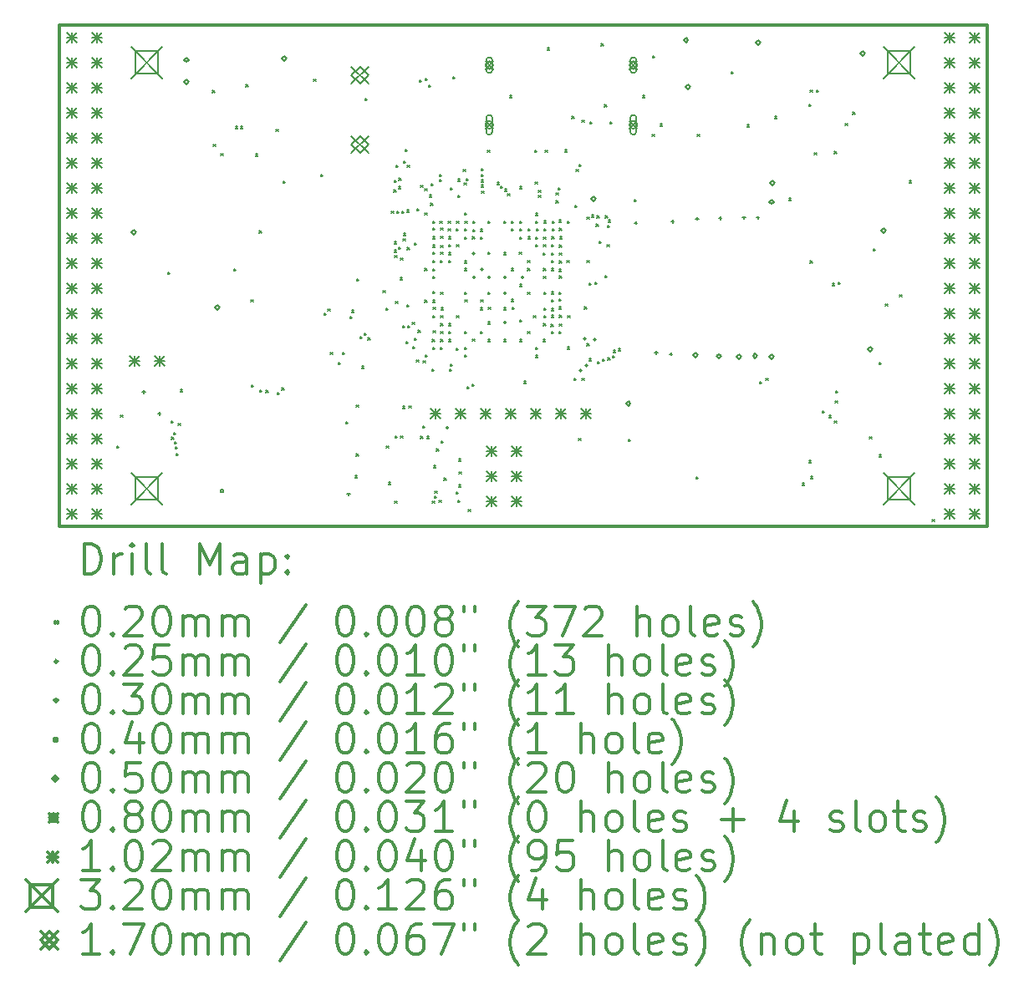
<source format=gbr>
%FSLAX45Y45*%
G04 Gerber Fmt 4.5, Leading zero omitted, Abs format (unit mm)*
G04 Created by KiCad (PCBNEW 4.0.7+dfsg1-1) date Sat Feb 17 10:48:59 2018*
%MOMM*%
%LPD*%
G01*
G04 APERTURE LIST*
%ADD10C,0.127000*%
%ADD11C,0.300000*%
%ADD12C,0.200000*%
G04 APERTURE END LIST*
D10*
D11*
X9410000Y-6142000D02*
X9410000Y-11222000D01*
X18808000Y-6142000D02*
X9410000Y-6142000D01*
X18808000Y-11222000D02*
X18808000Y-6142000D01*
X9410000Y-11222000D02*
X18808000Y-11222000D01*
D12*
X9998000Y-10410000D02*
X10018000Y-10430000D01*
X10018000Y-10410000D02*
X9998000Y-10430000D01*
X10035000Y-10094400D02*
X10055000Y-10114400D01*
X10055000Y-10094400D02*
X10035000Y-10114400D01*
X10514501Y-8649556D02*
X10534501Y-8669556D01*
X10534501Y-8649556D02*
X10514501Y-8669556D01*
X10547276Y-10156132D02*
X10567276Y-10176132D01*
X10567276Y-10156132D02*
X10547276Y-10176132D01*
X10552725Y-10321224D02*
X10572725Y-10341224D01*
X10572725Y-10321224D02*
X10552725Y-10341224D01*
X10571376Y-10271934D02*
X10591376Y-10291934D01*
X10591376Y-10271934D02*
X10571376Y-10291934D01*
X10579560Y-10366582D02*
X10599560Y-10386582D01*
X10599560Y-10366582D02*
X10579560Y-10386582D01*
X10589272Y-10418380D02*
X10609272Y-10438380D01*
X10609272Y-10418380D02*
X10589272Y-10438380D01*
X10598875Y-10487404D02*
X10618875Y-10507404D01*
X10618875Y-10487404D02*
X10598875Y-10507404D01*
X10617613Y-10179347D02*
X10637613Y-10199347D01*
X10637613Y-10179347D02*
X10617613Y-10199347D01*
X10637720Y-9838777D02*
X10657720Y-9858777D01*
X10657720Y-9838777D02*
X10637720Y-9858777D01*
X10966038Y-6807790D02*
X10986038Y-6827790D01*
X10986038Y-6807790D02*
X10966038Y-6827790D01*
X10974000Y-7352000D02*
X10994000Y-7372000D01*
X10994000Y-7352000D02*
X10974000Y-7372000D01*
X11049908Y-7448938D02*
X11069908Y-7468938D01*
X11069908Y-7448938D02*
X11049908Y-7468938D01*
X11179522Y-8615379D02*
X11199522Y-8635379D01*
X11199522Y-8615379D02*
X11179522Y-8635379D01*
X11197485Y-7171053D02*
X11217485Y-7191053D01*
X11217485Y-7171053D02*
X11197485Y-7191053D01*
X11251427Y-7170353D02*
X11271427Y-7190353D01*
X11271427Y-7170353D02*
X11251427Y-7190353D01*
X11305725Y-6746706D02*
X11325725Y-6766706D01*
X11325725Y-6746706D02*
X11305725Y-6766706D01*
X11355800Y-8926000D02*
X11375800Y-8946000D01*
X11375800Y-8926000D02*
X11355800Y-8946000D01*
X11360000Y-9792000D02*
X11380000Y-9812000D01*
X11380000Y-9792000D02*
X11360000Y-9812000D01*
X11400408Y-7451220D02*
X11420408Y-7471220D01*
X11420408Y-7451220D02*
X11400408Y-7471220D01*
X11441393Y-8230943D02*
X11461393Y-8250943D01*
X11461393Y-8230943D02*
X11441393Y-8250943D01*
X11446099Y-9843956D02*
X11466099Y-9863956D01*
X11466099Y-9843956D02*
X11446099Y-9863956D01*
X11509063Y-9847239D02*
X11529063Y-9867239D01*
X11529063Y-9847239D02*
X11509063Y-9867239D01*
X11609800Y-7198800D02*
X11629800Y-7218800D01*
X11629800Y-7198800D02*
X11609800Y-7218800D01*
X11622596Y-9869085D02*
X11642596Y-9889085D01*
X11642596Y-9869085D02*
X11622596Y-9889085D01*
X11670000Y-9822000D02*
X11690000Y-9842000D01*
X11690000Y-9822000D02*
X11670000Y-9842000D01*
X11681293Y-7725516D02*
X11701293Y-7745516D01*
X11701293Y-7725516D02*
X11681293Y-7745516D01*
X11990800Y-6690800D02*
X12010800Y-6710800D01*
X12010800Y-6690800D02*
X11990800Y-6710800D01*
X12063993Y-7659408D02*
X12083993Y-7679408D01*
X12083993Y-7659408D02*
X12063993Y-7679408D01*
X12098833Y-9065379D02*
X12118833Y-9085379D01*
X12118833Y-9065379D02*
X12098833Y-9085379D01*
X12133122Y-9021159D02*
X12153122Y-9041159D01*
X12153122Y-9021159D02*
X12133122Y-9041159D01*
X12158748Y-9461825D02*
X12178748Y-9481825D01*
X12178748Y-9461825D02*
X12158748Y-9481825D01*
X12242792Y-9562590D02*
X12262792Y-9582590D01*
X12262792Y-9562590D02*
X12242792Y-9582590D01*
X12283265Y-9462436D02*
X12303265Y-9482436D01*
X12303265Y-9462436D02*
X12283265Y-9482436D01*
X12317388Y-10161592D02*
X12337388Y-10181592D01*
X12337388Y-10161592D02*
X12317388Y-10181592D01*
X12361487Y-9095738D02*
X12381487Y-9115738D01*
X12381487Y-9095738D02*
X12361487Y-9115738D01*
X12374655Y-9035153D02*
X12394655Y-9055153D01*
X12394655Y-9035153D02*
X12374655Y-9055153D01*
X12410242Y-10710764D02*
X12430242Y-10730764D01*
X12430242Y-10710764D02*
X12410242Y-10730764D01*
X12422216Y-10490236D02*
X12442216Y-10510236D01*
X12442216Y-10490236D02*
X12422216Y-10510236D01*
X12422600Y-9992800D02*
X12442600Y-10012800D01*
X12442600Y-9992800D02*
X12422600Y-10012800D01*
X12426118Y-8717437D02*
X12446118Y-8737437D01*
X12446118Y-8717437D02*
X12426118Y-8737437D01*
X12426118Y-8717437D02*
X12446118Y-8737437D01*
X12446118Y-8717437D02*
X12426118Y-8737437D01*
X12458109Y-9299376D02*
X12478109Y-9319376D01*
X12478109Y-9299376D02*
X12458109Y-9319376D01*
X12474902Y-9600287D02*
X12494902Y-9620287D01*
X12494902Y-9600287D02*
X12474902Y-9620287D01*
X12501033Y-9268800D02*
X12521033Y-9288800D01*
X12521033Y-9268800D02*
X12501033Y-9288800D01*
X12509354Y-6886299D02*
X12529354Y-6906299D01*
X12529354Y-6886299D02*
X12509354Y-6906299D01*
X12542510Y-9313676D02*
X12562510Y-9333676D01*
X12562510Y-9313676D02*
X12542510Y-9333676D01*
X12694005Y-8832641D02*
X12714005Y-8852641D01*
X12714005Y-8832641D02*
X12694005Y-8852641D01*
X12720827Y-9012146D02*
X12740827Y-9032146D01*
X12740827Y-9012146D02*
X12720827Y-9032146D01*
X12728568Y-10410367D02*
X12748568Y-10430367D01*
X12748568Y-10410367D02*
X12728568Y-10430367D01*
X12748660Y-10777504D02*
X12768660Y-10797504D01*
X12768660Y-10777504D02*
X12748660Y-10797504D01*
X12778962Y-8030743D02*
X12798962Y-8050743D01*
X12798962Y-8030743D02*
X12778962Y-8050743D01*
X12802557Y-7813365D02*
X12822557Y-7833365D01*
X12822557Y-7813365D02*
X12802557Y-7833365D01*
X12805201Y-7715784D02*
X12825201Y-7735784D01*
X12825201Y-7715784D02*
X12805201Y-7735784D01*
X12806546Y-8340972D02*
X12826546Y-8360972D01*
X12826546Y-8340972D02*
X12806546Y-8360972D01*
X12808202Y-8425374D02*
X12828202Y-8445374D01*
X12828202Y-8425374D02*
X12808202Y-8445374D01*
X12810769Y-8478012D02*
X12830769Y-8498012D01*
X12830769Y-8478012D02*
X12810769Y-8498012D01*
X12811634Y-10966034D02*
X12831634Y-10986034D01*
X12831634Y-10966034D02*
X12811634Y-10986034D01*
X12818000Y-10310000D02*
X12838000Y-10330000D01*
X12838000Y-10310000D02*
X12818000Y-10330000D01*
X12821209Y-8945692D02*
X12841209Y-8965692D01*
X12841209Y-8945692D02*
X12821209Y-8965692D01*
X12823318Y-7566981D02*
X12843318Y-7586981D01*
X12843318Y-7566981D02*
X12823318Y-7586981D01*
X12831658Y-8029985D02*
X12851658Y-8049985D01*
X12851658Y-8029985D02*
X12831658Y-8049985D01*
X12849054Y-7779404D02*
X12869054Y-7799404D01*
X12869054Y-7779404D02*
X12849054Y-7799404D01*
X12852266Y-8396464D02*
X12872266Y-8416464D01*
X12872266Y-8396464D02*
X12852266Y-8416464D01*
X12854493Y-7695003D02*
X12874493Y-7715003D01*
X12874493Y-7695003D02*
X12854493Y-7715003D01*
X12867665Y-8702786D02*
X12887665Y-8722786D01*
X12887665Y-8702786D02*
X12867665Y-8722786D01*
X12870682Y-10308590D02*
X12890682Y-10328590D01*
X12890682Y-10308590D02*
X12870682Y-10328590D01*
X12872311Y-8505356D02*
X12892311Y-8525356D01*
X12892311Y-8505356D02*
X12872311Y-8525356D01*
X12884359Y-8029973D02*
X12904359Y-8049973D01*
X12904359Y-8029973D02*
X12884359Y-8049973D01*
X12890520Y-10007480D02*
X12910520Y-10027480D01*
X12910520Y-10007480D02*
X12890520Y-10027480D01*
X12892859Y-9188600D02*
X12912859Y-9208600D01*
X12912859Y-9188600D02*
X12892859Y-9208600D01*
X12895438Y-8307924D02*
X12915438Y-8327924D01*
X12915438Y-8307924D02*
X12895438Y-8327924D01*
X12900909Y-8255507D02*
X12920909Y-8275507D01*
X12920909Y-8255507D02*
X12900909Y-8275507D01*
X12902508Y-7521580D02*
X12922508Y-7541580D01*
X12922508Y-7521580D02*
X12902508Y-7541580D01*
X12915222Y-7404246D02*
X12935222Y-7424246D01*
X12935222Y-7404246D02*
X12915222Y-7424246D01*
X12927175Y-9350117D02*
X12947175Y-9370117D01*
X12947175Y-9350117D02*
X12927175Y-9370117D01*
X12934924Y-8977393D02*
X12954924Y-8997393D01*
X12954924Y-8977393D02*
X12934924Y-8997393D01*
X12935799Y-8018511D02*
X12955799Y-8038511D01*
X12955799Y-8018511D02*
X12935799Y-8038511D01*
X12938767Y-8397993D02*
X12958767Y-8417993D01*
X12958767Y-8397993D02*
X12938767Y-8417993D01*
X12939334Y-7563781D02*
X12959334Y-7583781D01*
X12959334Y-7563781D02*
X12939334Y-7583781D01*
X12945560Y-9188599D02*
X12965560Y-9208599D01*
X12965560Y-9188599D02*
X12945560Y-9208599D01*
X12956000Y-10005500D02*
X12976000Y-10025500D01*
X12976000Y-10005500D02*
X12956000Y-10025500D01*
X12988324Y-9156898D02*
X13008324Y-9176898D01*
X13008324Y-9156898D02*
X12988324Y-9176898D01*
X12995333Y-9401321D02*
X13015333Y-9421321D01*
X13015333Y-9401321D02*
X12995333Y-9421321D01*
X13010463Y-8349948D02*
X13030463Y-8369948D01*
X13030463Y-8349948D02*
X13010463Y-8369948D01*
X13011135Y-9318427D02*
X13031135Y-9338427D01*
X13031135Y-9318427D02*
X13011135Y-9338427D01*
X13032200Y-9535600D02*
X13052200Y-9555600D01*
X13052200Y-9535600D02*
X13032200Y-9555600D01*
X13038990Y-8006723D02*
X13058990Y-8026723D01*
X13058990Y-8006723D02*
X13038990Y-8026723D01*
X13048303Y-9237563D02*
X13068303Y-9257563D01*
X13068303Y-9237563D02*
X13048303Y-9257563D01*
X13060488Y-6700556D02*
X13080488Y-6720556D01*
X13080488Y-6700556D02*
X13060488Y-6720556D01*
X13073948Y-10310899D02*
X13093948Y-10330899D01*
X13093948Y-10310899D02*
X13073948Y-10330899D01*
X13075683Y-7768682D02*
X13095683Y-7788682D01*
X13095683Y-7768682D02*
X13075683Y-7788682D01*
X13093907Y-10208700D02*
X13113907Y-10228700D01*
X13113907Y-10208700D02*
X13093907Y-10228700D01*
X13098471Y-9546418D02*
X13118471Y-9566418D01*
X13118471Y-9546418D02*
X13098471Y-9566418D01*
X13115313Y-7803422D02*
X13135313Y-7823422D01*
X13135313Y-7803422D02*
X13115313Y-7823422D01*
X13117530Y-8049575D02*
X13137530Y-8069575D01*
X13137530Y-8049575D02*
X13117530Y-8069575D01*
X13117831Y-8611310D02*
X13137831Y-8631310D01*
X13137831Y-8611310D02*
X13117831Y-8631310D01*
X13117950Y-8930733D02*
X13137950Y-8950733D01*
X13137950Y-8930733D02*
X13117950Y-8950733D01*
X13121616Y-9485914D02*
X13141616Y-9505914D01*
X13141616Y-9485914D02*
X13121616Y-9505914D01*
X13122921Y-6682805D02*
X13142921Y-6702805D01*
X13142921Y-6682805D02*
X13122921Y-6702805D01*
X13135385Y-10310829D02*
X13155385Y-10330829D01*
X13155385Y-10310829D02*
X13135385Y-10330829D01*
X13154409Y-6752000D02*
X13174409Y-6772000D01*
X13174409Y-6752000D02*
X13154409Y-6772000D01*
X13160933Y-7864587D02*
X13180933Y-7884587D01*
X13180933Y-7864587D02*
X13160933Y-7884587D01*
X13174731Y-7948989D02*
X13194731Y-7968989D01*
X13194731Y-7948989D02*
X13174731Y-7968989D01*
X13182329Y-7748485D02*
X13202329Y-7768485D01*
X13202329Y-7748485D02*
X13182329Y-7768485D01*
X13188633Y-9630479D02*
X13208633Y-9650479D01*
X13208633Y-9630479D02*
X13188633Y-9650479D01*
X13192441Y-10966678D02*
X13212441Y-10986678D01*
X13212441Y-10966678D02*
X13192441Y-10986678D01*
X13193199Y-9330000D02*
X13213199Y-9350000D01*
X13213199Y-9330000D02*
X13193199Y-9350000D01*
X13196210Y-8443398D02*
X13216210Y-8463398D01*
X13216210Y-8443398D02*
X13196210Y-8463398D01*
X13197298Y-8527799D02*
X13217298Y-8547799D01*
X13217298Y-8527799D02*
X13197298Y-8547799D01*
X13197562Y-8931064D02*
X13217562Y-8951064D01*
X13217562Y-8931064D02*
X13197562Y-8951064D01*
X13197734Y-9090201D02*
X13217734Y-9110201D01*
X13217734Y-9090201D02*
X13197734Y-9110201D01*
X13197902Y-8288404D02*
X13217902Y-8308404D01*
X13217902Y-8288404D02*
X13197902Y-8308404D01*
X13198000Y-8130000D02*
X13218000Y-8150000D01*
X13218000Y-8130000D02*
X13198000Y-8150000D01*
X13198000Y-8690000D02*
X13218000Y-8710000D01*
X13218000Y-8690000D02*
X13198000Y-8710000D01*
X13198000Y-9410000D02*
X13218000Y-9430000D01*
X13218000Y-9410000D02*
X13198000Y-9430000D01*
X13198001Y-8200333D02*
X13218001Y-8220333D01*
X13218001Y-8200333D02*
X13198001Y-8220333D01*
X13198303Y-8616041D02*
X13218303Y-8636041D01*
X13218303Y-8616041D02*
X13198303Y-8636041D01*
X13198368Y-8372806D02*
X13218368Y-8392806D01*
X13218368Y-8372806D02*
X13198368Y-8392806D01*
X13198405Y-8845827D02*
X13218405Y-8865827D01*
X13218405Y-8845827D02*
X13198405Y-8865827D01*
X13200000Y-9005799D02*
X13220000Y-9025799D01*
X13220000Y-9005799D02*
X13200000Y-9025799D01*
X13201075Y-9242748D02*
X13221075Y-9262748D01*
X13221075Y-9242748D02*
X13201075Y-9262748D01*
X13206286Y-10608587D02*
X13226286Y-10628587D01*
X13226286Y-10608587D02*
X13206286Y-10628587D01*
X13211973Y-10917729D02*
X13231973Y-10937729D01*
X13231973Y-10917729D02*
X13211973Y-10937729D01*
X13218587Y-10865445D02*
X13238587Y-10885445D01*
X13238587Y-10865445D02*
X13218587Y-10885445D01*
X13236800Y-10440341D02*
X13256800Y-10460341D01*
X13256800Y-10440341D02*
X13236800Y-10460341D01*
X13260800Y-10958000D02*
X13280800Y-10978000D01*
X13280800Y-10958000D02*
X13260800Y-10978000D01*
X13263724Y-7657621D02*
X13283724Y-7677621D01*
X13283724Y-7657621D02*
X13263724Y-7677621D01*
X13266117Y-7710267D02*
X13286117Y-7730267D01*
X13286117Y-7710267D02*
X13266117Y-7730267D01*
X13268334Y-8130000D02*
X13288334Y-8150000D01*
X13288334Y-8130000D02*
X13268334Y-8150000D01*
X13273464Y-8527799D02*
X13293464Y-8547799D01*
X13293464Y-8527799D02*
X13273464Y-8547799D01*
X13274623Y-9409707D02*
X13294623Y-9429707D01*
X13294623Y-9409707D02*
X13274623Y-9429707D01*
X13276300Y-8202454D02*
X13296300Y-8222454D01*
X13296300Y-8202454D02*
X13276300Y-8222454D01*
X13277177Y-8443398D02*
X13297177Y-8463398D01*
X13297177Y-8443398D02*
X13277177Y-8463398D01*
X13277261Y-8286855D02*
X13297261Y-8306855D01*
X13297261Y-8286855D02*
X13277261Y-8306855D01*
X13278000Y-8850000D02*
X13298000Y-8870000D01*
X13298000Y-8850000D02*
X13278000Y-8870000D01*
X13278000Y-9090000D02*
X13298000Y-9110000D01*
X13298000Y-9090000D02*
X13278000Y-9110000D01*
X13278000Y-9170000D02*
X13298000Y-9190000D01*
X13298000Y-9170000D02*
X13278000Y-9190000D01*
X13278000Y-9250000D02*
X13298000Y-9270000D01*
X13298000Y-9250000D02*
X13278000Y-9270000D01*
X13278000Y-9330000D02*
X13298000Y-9350000D01*
X13298000Y-9330000D02*
X13278000Y-9350000D01*
X13278089Y-8379783D02*
X13298089Y-8399784D01*
X13298089Y-8379783D02*
X13278089Y-8399784D01*
X13280000Y-9008000D02*
X13300000Y-9028000D01*
X13300000Y-9008000D02*
X13280000Y-9028000D01*
X13283696Y-10361100D02*
X13303696Y-10381100D01*
X13303696Y-10361100D02*
X13283696Y-10381100D01*
X13311600Y-10736500D02*
X13331600Y-10756500D01*
X13331600Y-10736500D02*
X13311600Y-10756500D01*
X13352736Y-8131468D02*
X13372736Y-8151468D01*
X13372736Y-8131468D02*
X13352736Y-8151468D01*
X13354839Y-8209060D02*
X13374839Y-8229060D01*
X13374839Y-8209060D02*
X13354839Y-8229060D01*
X13357194Y-8449520D02*
X13377194Y-8469520D01*
X13377194Y-8449520D02*
X13357194Y-8469520D01*
X13358000Y-8290000D02*
X13378000Y-8310000D01*
X13378000Y-8290000D02*
X13358000Y-8310000D01*
X13358000Y-8370000D02*
X13378000Y-8390000D01*
X13378000Y-8370000D02*
X13358000Y-8390000D01*
X13358000Y-8530000D02*
X13378000Y-8550000D01*
X13378000Y-8530000D02*
X13358000Y-8550000D01*
X13358000Y-9170000D02*
X13378000Y-9190000D01*
X13378000Y-9170000D02*
X13358000Y-9190000D01*
X13358000Y-9250000D02*
X13378000Y-9270000D01*
X13378000Y-9250000D02*
X13358000Y-9270000D01*
X13358548Y-9330230D02*
X13378548Y-9350230D01*
X13378548Y-9330230D02*
X13358548Y-9350230D01*
X13366285Y-9629515D02*
X13386285Y-9649515D01*
X13386285Y-9629515D02*
X13366285Y-9649515D01*
X13375239Y-9577580D02*
X13395239Y-9597580D01*
X13395239Y-9577580D02*
X13375239Y-9597580D01*
X13377602Y-7794713D02*
X13397602Y-7814713D01*
X13397602Y-7794713D02*
X13377602Y-7814713D01*
X13402494Y-6667598D02*
X13422494Y-6687598D01*
X13422494Y-6667598D02*
X13402494Y-6687598D01*
X13433398Y-8208015D02*
X13453398Y-8228015D01*
X13453398Y-8208015D02*
X13433398Y-8228015D01*
X13435582Y-9416717D02*
X13455582Y-9436717D01*
X13455582Y-9416717D02*
X13435582Y-9436717D01*
X13436400Y-10874197D02*
X13456400Y-10894197D01*
X13456400Y-10874197D02*
X13436400Y-10894197D01*
X13437137Y-8130675D02*
X13457137Y-8150675D01*
X13457137Y-8130675D02*
X13437137Y-8150675D01*
X13438000Y-8370000D02*
X13458000Y-8390000D01*
X13458000Y-8370000D02*
X13438000Y-8390000D01*
X13438000Y-9090000D02*
X13458000Y-9110000D01*
X13458000Y-9090000D02*
X13438000Y-9110000D01*
X13451300Y-7871900D02*
X13471300Y-7891900D01*
X13471300Y-7871900D02*
X13451300Y-7891900D01*
X13452909Y-7703051D02*
X13472909Y-7723051D01*
X13472909Y-7703051D02*
X13452909Y-7723051D01*
X13453687Y-10961995D02*
X13473687Y-10981995D01*
X13473687Y-10961995D02*
X13453687Y-10981995D01*
X13457587Y-10803159D02*
X13477587Y-10823159D01*
X13477587Y-10803159D02*
X13457587Y-10823159D01*
X13460735Y-10540845D02*
X13480735Y-10560845D01*
X13480735Y-10540845D02*
X13460735Y-10560845D01*
X13465065Y-10671051D02*
X13485065Y-10691051D01*
X13485065Y-10671051D02*
X13465065Y-10691051D01*
X13507526Y-7608347D02*
X13527526Y-7628347D01*
X13527526Y-7608347D02*
X13507526Y-7628347D01*
X13513546Y-7744852D02*
X13533546Y-7764852D01*
X13533546Y-7744852D02*
X13513546Y-7764852D01*
X13517331Y-8851860D02*
X13537331Y-8871860D01*
X13537331Y-8851860D02*
X13517331Y-8871860D01*
X13517799Y-8209385D02*
X13537799Y-8229385D01*
X13537799Y-8209385D02*
X13517799Y-8229385D01*
X13518000Y-8292201D02*
X13538000Y-8312201D01*
X13538000Y-8292201D02*
X13518000Y-8312201D01*
X13518000Y-8534000D02*
X13538000Y-8554000D01*
X13538000Y-8534000D02*
X13518000Y-8554000D01*
X13518000Y-8610000D02*
X13538000Y-8630000D01*
X13538000Y-8610000D02*
X13518000Y-8630000D01*
X13518000Y-9250000D02*
X13538000Y-9270000D01*
X13538000Y-9250000D02*
X13518000Y-9270000D01*
X13518128Y-8048312D02*
X13538128Y-8068312D01*
X13538128Y-8048312D02*
X13518128Y-8068312D01*
X13518463Y-9488530D02*
X13538463Y-9508530D01*
X13538463Y-9488530D02*
X13518463Y-9508530D01*
X13518862Y-9412562D02*
X13538862Y-9432562D01*
X13538862Y-9412562D02*
X13518862Y-9432562D01*
X13521697Y-8134201D02*
X13541697Y-8154201D01*
X13541697Y-8134201D02*
X13521697Y-8154201D01*
X13524276Y-8928163D02*
X13544276Y-8948163D01*
X13544276Y-8928163D02*
X13524276Y-8948163D01*
X13537310Y-7697813D02*
X13557310Y-7717813D01*
X13557310Y-7697813D02*
X13537310Y-7717813D01*
X13541702Y-9806717D02*
X13561702Y-9826717D01*
X13561702Y-9806717D02*
X13541702Y-9826717D01*
X13555656Y-11051071D02*
X13575656Y-11071071D01*
X13575656Y-11051071D02*
X13555656Y-11071071D01*
X13592822Y-9782273D02*
X13612822Y-9802273D01*
X13612822Y-9782273D02*
X13592822Y-9802273D01*
X13598000Y-8290000D02*
X13618000Y-8310000D01*
X13618000Y-8290000D02*
X13598000Y-8310000D01*
X13599596Y-9326965D02*
X13619596Y-9346965D01*
X13619596Y-9326965D02*
X13599596Y-9346965D01*
X13602455Y-8216004D02*
X13622455Y-8236004D01*
X13622455Y-8216004D02*
X13602455Y-8236004D01*
X13606098Y-8131603D02*
X13626098Y-8151603D01*
X13626098Y-8131603D02*
X13606098Y-8151603D01*
X13678000Y-9250000D02*
X13698000Y-9270000D01*
X13698000Y-9250000D02*
X13678000Y-9270000D01*
X13678517Y-9009483D02*
X13698517Y-9029483D01*
X13698517Y-9009483D02*
X13678517Y-9029483D01*
X13680000Y-8212000D02*
X13700000Y-8232000D01*
X13700000Y-8212000D02*
X13680000Y-8232000D01*
X13680000Y-8292000D02*
X13700000Y-8312000D01*
X13700000Y-8292000D02*
X13680000Y-8312000D01*
X13684453Y-8927346D02*
X13704453Y-8947346D01*
X13704453Y-8927346D02*
X13684453Y-8947346D01*
X13687030Y-7598459D02*
X13707030Y-7618459D01*
X13707030Y-7598459D02*
X13687030Y-7618459D01*
X13689122Y-7711926D02*
X13709122Y-7731926D01*
X13709122Y-7711926D02*
X13689122Y-7731926D01*
X13689122Y-7764665D02*
X13709122Y-7784665D01*
X13709122Y-7764665D02*
X13689122Y-7784665D01*
X13690831Y-7659224D02*
X13710831Y-7679224D01*
X13710831Y-7659224D02*
X13690831Y-7679224D01*
X13692017Y-7825016D02*
X13712017Y-7845016D01*
X13712017Y-7825016D02*
X13692017Y-7845016D01*
X13752023Y-7412176D02*
X13772023Y-7432176D01*
X13772023Y-7412176D02*
X13752023Y-7432176D01*
X13755905Y-9153803D02*
X13775905Y-9173803D01*
X13775905Y-9153803D02*
X13755905Y-9173803D01*
X13758000Y-8130000D02*
X13778000Y-8150000D01*
X13778000Y-8130000D02*
X13758000Y-8150000D01*
X13758000Y-8850000D02*
X13778000Y-8870000D01*
X13778000Y-8850000D02*
X13758000Y-8870000D01*
X13758000Y-9330000D02*
X13778000Y-9350000D01*
X13778000Y-9330000D02*
X13758000Y-9350000D01*
X13758056Y-8443409D02*
X13778056Y-8463409D01*
X13778056Y-8443409D02*
X13758056Y-8463409D01*
X13758900Y-9002299D02*
X13778900Y-9022299D01*
X13778900Y-9002299D02*
X13758900Y-9022299D01*
X13850122Y-7736966D02*
X13870122Y-7756966D01*
X13870122Y-7736966D02*
X13850122Y-7756966D01*
X13882085Y-7778869D02*
X13902085Y-7798869D01*
X13902085Y-7778869D02*
X13882085Y-7798869D01*
X13917252Y-8451135D02*
X13937252Y-8471135D01*
X13937252Y-8451135D02*
X13917252Y-8471135D01*
X13918000Y-8130000D02*
X13938000Y-8150000D01*
X13938000Y-8130000D02*
X13918000Y-8150000D01*
X13918000Y-9330000D02*
X13938000Y-9350000D01*
X13938000Y-9330000D02*
X13918000Y-9350000D01*
X13918580Y-9007769D02*
X13938580Y-9027769D01*
X13938580Y-9007769D02*
X13918580Y-9027769D01*
X13927996Y-7804746D02*
X13947996Y-7824746D01*
X13947996Y-7804746D02*
X13927996Y-7824746D01*
X13955542Y-7850837D02*
X13975542Y-7870837D01*
X13975542Y-7850837D02*
X13955542Y-7870837D01*
X13976437Y-6856567D02*
X13996437Y-6876567D01*
X13996437Y-6856567D02*
X13976437Y-6876567D01*
X13991460Y-8609297D02*
X14011460Y-8629297D01*
X14011460Y-8609297D02*
X13991460Y-8629297D01*
X13992898Y-8210000D02*
X14012898Y-8230000D01*
X14012898Y-8210000D02*
X13992898Y-8230000D01*
X13993599Y-8130000D02*
X14013599Y-8150000D01*
X14013599Y-8130000D02*
X13993599Y-8150000D01*
X13993894Y-8925097D02*
X14013894Y-8945097D01*
X14013894Y-8925097D02*
X13993894Y-8945097D01*
X13999489Y-9002299D02*
X14019489Y-9022299D01*
X14019489Y-9002299D02*
X13999489Y-9022299D01*
X14073600Y-8443400D02*
X14093600Y-8463400D01*
X14093600Y-8443400D02*
X14073600Y-8463400D01*
X14075799Y-7779404D02*
X14095799Y-7799404D01*
X14095799Y-7779404D02*
X14075799Y-7799404D01*
X14076133Y-8294127D02*
X14096133Y-8314127D01*
X14096133Y-8294127D02*
X14076133Y-8314127D01*
X14077299Y-8207716D02*
X14097299Y-8227716D01*
X14097299Y-8207716D02*
X14077299Y-8227716D01*
X14077419Y-9133335D02*
X14097419Y-9153335D01*
X14097419Y-9133335D02*
X14077419Y-9153335D01*
X14078000Y-8130000D02*
X14098000Y-8150000D01*
X14098000Y-8130000D02*
X14078000Y-8150000D01*
X14078000Y-9330000D02*
X14098000Y-9350000D01*
X14098000Y-9330000D02*
X14078000Y-9350000D01*
X14079623Y-8771623D02*
X14099623Y-8791623D01*
X14099623Y-8771623D02*
X14079623Y-8791623D01*
X14118066Y-9754201D02*
X14138066Y-9774201D01*
X14138066Y-9754201D02*
X14118066Y-9774201D01*
X14158000Y-8530000D02*
X14178000Y-8550000D01*
X14178000Y-8530000D02*
X14158000Y-8550000D01*
X14158000Y-8610000D02*
X14178000Y-8630000D01*
X14178000Y-8610000D02*
X14158000Y-8630000D01*
X14158000Y-8850000D02*
X14178000Y-8870000D01*
X14178000Y-8850000D02*
X14158000Y-8870000D01*
X14158000Y-9250000D02*
X14178000Y-9270000D01*
X14178000Y-9250000D02*
X14158000Y-9270000D01*
X14162701Y-8209494D02*
X14182701Y-8229494D01*
X14182701Y-8209494D02*
X14162701Y-8229494D01*
X14162701Y-8289887D02*
X14182701Y-8309887D01*
X14182701Y-8289887D02*
X14162701Y-8309887D01*
X14217799Y-9090000D02*
X14237799Y-9110000D01*
X14237799Y-9090000D02*
X14217799Y-9110000D01*
X14229099Y-7413615D02*
X14249099Y-7433615D01*
X14249099Y-7413615D02*
X14229099Y-7433615D01*
X14235236Y-7735268D02*
X14255236Y-7755268D01*
X14255236Y-7735268D02*
X14235236Y-7755268D01*
X14236000Y-8052000D02*
X14256000Y-8072000D01*
X14256000Y-8052000D02*
X14236000Y-8072000D01*
X14236000Y-8132000D02*
X14256000Y-8152000D01*
X14256000Y-8132000D02*
X14236000Y-8152000D01*
X14236000Y-8292000D02*
X14256000Y-8312000D01*
X14256000Y-8292000D02*
X14236000Y-8312000D01*
X14238000Y-8370000D02*
X14258000Y-8390000D01*
X14258000Y-8370000D02*
X14238000Y-8390000D01*
X14238000Y-9410000D02*
X14258000Y-9430000D01*
X14258000Y-9410000D02*
X14238000Y-9430000D01*
X14238000Y-9490000D02*
X14258000Y-9510000D01*
X14258000Y-9490000D02*
X14238000Y-9510000D01*
X14247102Y-8210435D02*
X14267102Y-8230435D01*
X14267102Y-8210435D02*
X14247102Y-8230435D01*
X14266674Y-7818161D02*
X14286674Y-7838161D01*
X14286674Y-7818161D02*
X14266674Y-7838161D01*
X14267384Y-7870857D02*
X14287384Y-7890857D01*
X14287384Y-7870857D02*
X14267384Y-7890857D01*
X14316000Y-8452000D02*
X14336000Y-8472000D01*
X14336000Y-8452000D02*
X14316000Y-8472000D01*
X14316969Y-9331491D02*
X14336969Y-9351491D01*
X14336969Y-9331491D02*
X14316969Y-9351491D01*
X14318000Y-8370000D02*
X14338000Y-8390000D01*
X14338000Y-8370000D02*
X14318000Y-8390000D01*
X14318000Y-8690000D02*
X14338000Y-8710000D01*
X14338000Y-8690000D02*
X14318000Y-8710000D01*
X14318000Y-9170000D02*
X14338000Y-9190000D01*
X14338000Y-9170000D02*
X14318000Y-9190000D01*
X14318740Y-8294201D02*
X14338740Y-8314201D01*
X14338740Y-8294201D02*
X14318740Y-8314201D01*
X14320000Y-8612000D02*
X14340000Y-8632000D01*
X14340000Y-8612000D02*
X14320000Y-8632000D01*
X14322201Y-8849503D02*
X14342201Y-8869503D01*
X14342201Y-8849503D02*
X14322201Y-8869503D01*
X14322201Y-9010195D02*
X14342201Y-9030195D01*
X14342201Y-9010195D02*
X14322201Y-9030195D01*
X14322201Y-9090066D02*
X14342201Y-9110066D01*
X14342201Y-9090066D02*
X14322201Y-9110066D01*
X14323103Y-8127729D02*
X14343103Y-8147729D01*
X14343103Y-8127729D02*
X14323103Y-8147729D01*
X14323265Y-8209799D02*
X14343265Y-8229799D01*
X14343265Y-8209799D02*
X14323265Y-8229799D01*
X14335701Y-7411913D02*
X14355701Y-7431913D01*
X14355701Y-7411913D02*
X14335701Y-7431913D01*
X14355067Y-6376252D02*
X14375067Y-6396252D01*
X14375067Y-6376252D02*
X14355067Y-6396252D01*
X14396483Y-9177765D02*
X14416483Y-9197765D01*
X14416483Y-9177765D02*
X14396483Y-9197765D01*
X14397624Y-8929530D02*
X14417624Y-8949530D01*
X14417624Y-8929530D02*
X14397624Y-8949530D01*
X14397701Y-9016697D02*
X14417701Y-9036697D01*
X14417701Y-9016697D02*
X14397701Y-9036697D01*
X14398000Y-8610000D02*
X14418000Y-8630000D01*
X14418000Y-8610000D02*
X14398000Y-8630000D01*
X14398000Y-9085650D02*
X14418000Y-9105650D01*
X14418000Y-9085650D02*
X14398000Y-9105650D01*
X14398283Y-8848451D02*
X14418283Y-8868451D01*
X14418283Y-8848451D02*
X14398283Y-8868451D01*
X14400201Y-8529722D02*
X14420201Y-8549722D01*
X14420201Y-8529722D02*
X14400201Y-8549722D01*
X14400319Y-8367799D02*
X14420319Y-8387799D01*
X14420319Y-8367799D02*
X14400319Y-8387799D01*
X14400350Y-8456040D02*
X14420350Y-8476040D01*
X14420350Y-8456040D02*
X14400350Y-8476040D01*
X14401325Y-9248876D02*
X14421325Y-9268876D01*
X14421325Y-9248876D02*
X14401325Y-9268876D01*
X14403141Y-8290000D02*
X14423141Y-8310000D01*
X14423141Y-8290000D02*
X14403141Y-8310000D01*
X14407504Y-8129877D02*
X14427504Y-8149877D01*
X14427504Y-8129877D02*
X14407504Y-8149877D01*
X14407666Y-8210000D02*
X14427666Y-8230000D01*
X14427666Y-8210000D02*
X14407666Y-8230000D01*
X14446889Y-7841762D02*
X14466889Y-7861762D01*
X14466889Y-7841762D02*
X14446889Y-7861762D01*
X14446889Y-7926163D02*
X14466889Y-7946163D01*
X14466889Y-7926163D02*
X14446889Y-7946163D01*
X14468609Y-7793745D02*
X14488609Y-7813745D01*
X14488609Y-7793745D02*
X14468609Y-7813745D01*
X14475581Y-8916848D02*
X14495581Y-8936848D01*
X14495581Y-8916848D02*
X14475581Y-8936848D01*
X14476724Y-9001248D02*
X14496724Y-9021248D01*
X14496724Y-9001248D02*
X14476724Y-9021248D01*
X14477515Y-8619275D02*
X14497515Y-8639275D01*
X14497515Y-8619275D02*
X14477515Y-8639275D01*
X14477765Y-8852201D02*
X14497765Y-8872201D01*
X14497765Y-8852201D02*
X14477765Y-8872201D01*
X14478001Y-8120333D02*
X14498001Y-8140333D01*
X14498001Y-8120333D02*
X14478001Y-8140333D01*
X14478235Y-9247799D02*
X14498235Y-9267799D01*
X14498235Y-9247799D02*
X14478235Y-9267799D01*
X14478812Y-8204734D02*
X14498812Y-8224734D01*
X14498812Y-8204734D02*
X14478812Y-8224734D01*
X14478935Y-8534874D02*
X14498935Y-8554874D01*
X14498935Y-8534874D02*
X14478935Y-8554874D01*
X14479432Y-8687756D02*
X14499432Y-8707756D01*
X14499432Y-8687756D02*
X14479432Y-8707756D01*
X14479670Y-8373537D02*
X14499670Y-8393537D01*
X14499670Y-8373537D02*
X14479670Y-8393537D01*
X14480000Y-9172000D02*
X14500000Y-9192000D01*
X14500000Y-9172000D02*
X14480000Y-9192000D01*
X14480294Y-9085650D02*
X14500294Y-9105650D01*
X14500294Y-9085650D02*
X14480294Y-9105650D01*
X14481241Y-8453582D02*
X14501241Y-8473582D01*
X14501241Y-8453582D02*
X14481241Y-8473582D01*
X14481689Y-8289136D02*
X14501689Y-8309136D01*
X14501689Y-8289136D02*
X14481689Y-8309136D01*
X14537553Y-7408939D02*
X14557553Y-7428939D01*
X14557553Y-7408939D02*
X14537553Y-7428939D01*
X14557281Y-8529606D02*
X14577281Y-8549606D01*
X14577281Y-8529606D02*
X14557281Y-8549606D01*
X14558000Y-8130512D02*
X14578000Y-8150512D01*
X14578000Y-8130512D02*
X14558000Y-8150512D01*
X14559124Y-9406675D02*
X14579124Y-9426675D01*
X14579124Y-9406675D02*
X14559124Y-9426675D01*
X14565987Y-9091018D02*
X14585987Y-9111018D01*
X14585987Y-9091018D02*
X14565987Y-9111018D01*
X14608000Y-7070000D02*
X14628000Y-7090000D01*
X14628000Y-7070000D02*
X14608000Y-7090000D01*
X14629479Y-9723392D02*
X14649479Y-9743392D01*
X14649479Y-9723392D02*
X14629479Y-9743392D01*
X14638141Y-7971938D02*
X14658141Y-7991938D01*
X14658141Y-7971938D02*
X14638141Y-7991938D01*
X14648744Y-7607406D02*
X14668744Y-7627406D01*
X14668744Y-7607406D02*
X14648744Y-7627406D01*
X14674429Y-10335274D02*
X14694429Y-10355274D01*
X14694429Y-10335274D02*
X14674429Y-10355274D01*
X14680145Y-7555491D02*
X14700145Y-7575491D01*
X14700145Y-7555491D02*
X14680145Y-7575491D01*
X14707598Y-9723392D02*
X14727598Y-9743392D01*
X14727598Y-9723392D02*
X14707598Y-9743392D01*
X14708600Y-7110000D02*
X14728600Y-7130000D01*
X14728600Y-7110000D02*
X14708600Y-7130000D01*
X14733095Y-9001248D02*
X14753095Y-9021248D01*
X14753095Y-9001248D02*
X14733095Y-9021248D01*
X14758739Y-8527409D02*
X14778739Y-8547409D01*
X14778739Y-8527409D02*
X14758739Y-8547409D01*
X14758831Y-8088311D02*
X14778831Y-8108311D01*
X14778831Y-8088311D02*
X14758831Y-8108311D01*
X14760000Y-9372000D02*
X14780000Y-9392000D01*
X14780000Y-9372000D02*
X14760000Y-9392000D01*
X14781079Y-8758342D02*
X14801079Y-8778342D01*
X14801079Y-8758342D02*
X14781079Y-8778342D01*
X14782886Y-9523902D02*
X14802886Y-9543902D01*
X14802886Y-9523902D02*
X14782886Y-9543902D01*
X14788315Y-7124708D02*
X14808315Y-7144708D01*
X14808315Y-7124708D02*
X14788315Y-7144708D01*
X14807525Y-8068155D02*
X14827525Y-8088155D01*
X14827525Y-8068155D02*
X14807525Y-8088155D01*
X14838354Y-8750817D02*
X14858354Y-8770817D01*
X14858354Y-8750817D02*
X14838354Y-8770817D01*
X14851066Y-8160586D02*
X14871066Y-8180586D01*
X14871066Y-8160586D02*
X14851066Y-8180586D01*
X14859611Y-8076185D02*
X14879611Y-8096185D01*
X14879611Y-8076185D02*
X14859611Y-8096185D01*
X14864798Y-9556963D02*
X14884798Y-9576963D01*
X14884798Y-9556963D02*
X14864798Y-9576963D01*
X14882151Y-8334201D02*
X14902151Y-8354201D01*
X14902151Y-8334201D02*
X14882151Y-8354201D01*
X14903412Y-6332405D02*
X14923412Y-6352405D01*
X14923412Y-6332405D02*
X14903412Y-6352405D01*
X14918439Y-9527799D02*
X14938439Y-9547799D01*
X14938439Y-9527799D02*
X14918439Y-9547799D01*
X14937595Y-6951968D02*
X14957595Y-6971968D01*
X14957595Y-6951968D02*
X14937595Y-6971968D01*
X14943392Y-8680994D02*
X14963392Y-8700994D01*
X14963392Y-8680994D02*
X14943392Y-8700994D01*
X14944975Y-8076843D02*
X14964975Y-8096843D01*
X14964975Y-8076843D02*
X14944975Y-8096843D01*
X14963249Y-8370769D02*
X14983249Y-8390769D01*
X14983249Y-8370769D02*
X14963249Y-8390769D01*
X14967169Y-8172566D02*
X14987169Y-8192566D01*
X14987169Y-8172566D02*
X14967169Y-8192566D01*
X14969589Y-9515108D02*
X14989589Y-9535108D01*
X14989589Y-9515108D02*
X14969589Y-9535108D01*
X14974647Y-8120398D02*
X14994647Y-8140398D01*
X14994647Y-8120398D02*
X14974647Y-8140398D01*
X14993085Y-7123185D02*
X15013085Y-7143185D01*
X15013085Y-7123185D02*
X14993085Y-7143185D01*
X15017890Y-9494025D02*
X15037890Y-9514025D01*
X15037890Y-9494025D02*
X15017890Y-9514025D01*
X15024597Y-9441753D02*
X15044597Y-9461753D01*
X15044597Y-9441753D02*
X15024597Y-9461753D01*
X15078921Y-9423257D02*
X15098921Y-9443257D01*
X15098921Y-9423257D02*
X15078921Y-9443257D01*
X15179638Y-10341072D02*
X15199638Y-10361072D01*
X15199638Y-10341072D02*
X15179638Y-10361072D01*
X15239707Y-7909347D02*
X15259707Y-7929347D01*
X15259707Y-7909347D02*
X15239707Y-7929347D01*
X15319711Y-6856567D02*
X15339711Y-6876567D01*
X15339711Y-6856567D02*
X15319711Y-6876567D01*
X15419800Y-7249600D02*
X15439800Y-7269600D01*
X15439800Y-7249600D02*
X15419800Y-7269600D01*
X15422933Y-6454377D02*
X15442933Y-6474377D01*
X15442933Y-6454377D02*
X15422933Y-6474377D01*
X15501528Y-7146346D02*
X15521528Y-7166346D01*
X15521528Y-7146346D02*
X15501528Y-7166346D01*
X15861665Y-10722518D02*
X15881665Y-10742518D01*
X15881665Y-10722518D02*
X15861665Y-10742518D01*
X15877000Y-7249600D02*
X15897000Y-7269600D01*
X15897000Y-7249600D02*
X15877000Y-7269600D01*
X16217147Y-6618496D02*
X16237147Y-6638496D01*
X16237147Y-6618496D02*
X16217147Y-6638496D01*
X16380885Y-7155186D02*
X16400885Y-7175186D01*
X16400885Y-7155186D02*
X16380885Y-7175186D01*
X16507059Y-9756632D02*
X16527059Y-9776632D01*
X16527059Y-9756632D02*
X16507059Y-9776632D01*
X16570337Y-9724488D02*
X16590337Y-9744488D01*
X16590337Y-9724488D02*
X16570337Y-9744488D01*
X16657891Y-7070355D02*
X16677891Y-7090355D01*
X16677891Y-7070355D02*
X16657891Y-7090355D01*
X16806644Y-7900804D02*
X16826644Y-7920804D01*
X16826644Y-7900804D02*
X16806644Y-7920804D01*
X16940659Y-10785373D02*
X16960659Y-10805373D01*
X16960659Y-10785373D02*
X16940659Y-10805373D01*
X17005773Y-10556635D02*
X17025773Y-10576635D01*
X17025773Y-10556635D02*
X17005773Y-10576635D01*
X17008296Y-6947101D02*
X17028296Y-6967101D01*
X17028296Y-6947101D02*
X17008296Y-6967101D01*
X17020000Y-6805100D02*
X17040000Y-6825100D01*
X17040000Y-6805100D02*
X17020000Y-6825100D01*
X17020954Y-8534153D02*
X17040954Y-8554153D01*
X17040954Y-8534153D02*
X17020954Y-8554153D01*
X17026290Y-10718620D02*
X17046290Y-10738620D01*
X17046290Y-10718620D02*
X17026290Y-10738620D01*
X17063590Y-7436498D02*
X17083590Y-7456498D01*
X17083590Y-7436498D02*
X17063590Y-7456498D01*
X17085000Y-6802556D02*
X17105000Y-6822556D01*
X17105000Y-6802556D02*
X17085000Y-6822556D01*
X17144030Y-10054574D02*
X17164030Y-10074574D01*
X17164030Y-10054574D02*
X17144030Y-10074574D01*
X17209336Y-10100566D02*
X17229336Y-10120566D01*
X17229336Y-10100566D02*
X17209336Y-10120566D01*
X17246454Y-8762201D02*
X17266454Y-8782201D01*
X17266454Y-8762201D02*
X17246454Y-8782201D01*
X17264664Y-7424799D02*
X17284664Y-7444799D01*
X17284664Y-7424799D02*
X17264664Y-7444799D01*
X17266127Y-10155168D02*
X17286127Y-10175168D01*
X17286127Y-10155168D02*
X17266127Y-10175168D01*
X17273463Y-9949992D02*
X17293463Y-9969992D01*
X17293463Y-9949992D02*
X17273463Y-9969992D01*
X17277992Y-9851865D02*
X17297992Y-9871865D01*
X17297992Y-9851865D02*
X17277992Y-9871865D01*
X17303795Y-8749428D02*
X17323795Y-8769428D01*
X17323795Y-8749428D02*
X17303795Y-8769428D01*
X17375600Y-7143899D02*
X17395600Y-7163899D01*
X17395600Y-7143899D02*
X17375600Y-7163899D01*
X17451151Y-7026702D02*
X17471151Y-7046702D01*
X17471151Y-7026702D02*
X17451151Y-7046702D01*
X17620559Y-10317981D02*
X17640559Y-10337981D01*
X17640559Y-10317981D02*
X17620559Y-10337981D01*
X17660000Y-8412000D02*
X17680000Y-8432000D01*
X17680000Y-8412000D02*
X17660000Y-8432000D01*
X17717400Y-10497912D02*
X17737400Y-10517912D01*
X17737400Y-10497912D02*
X17717400Y-10517912D01*
X17718500Y-9561000D02*
X17738500Y-9581000D01*
X17738500Y-9561000D02*
X17718500Y-9581000D01*
X17782698Y-8971206D02*
X17802698Y-8991206D01*
X17802698Y-8971206D02*
X17782698Y-8991206D01*
X17925151Y-8876833D02*
X17945151Y-8896833D01*
X17945151Y-8876833D02*
X17925151Y-8896833D01*
X18024078Y-7721693D02*
X18044078Y-7741693D01*
X18044078Y-7721693D02*
X18024078Y-7741693D01*
X18257515Y-11153763D02*
X18277515Y-11173763D01*
X18277515Y-11153763D02*
X18257515Y-11173763D01*
X13357629Y-10223262D02*
G75*
G03X13357629Y-10223262I-12700J0D01*
G01*
X13620700Y-8460000D02*
G75*
G03X13620700Y-8460000I-12700J0D01*
G01*
X13623799Y-8699540D02*
G75*
G03X13623799Y-8699540I-12700J0D01*
G01*
X13706511Y-8619631D02*
G75*
G03X13706511Y-8619631I-12700J0D01*
G01*
X13780700Y-8700000D02*
G75*
G03X13780700Y-8700000I-12700J0D01*
G01*
X13939164Y-9161521D02*
G75*
G03X13939164Y-9161521I-12700J0D01*
G01*
X13940700Y-8700000D02*
G75*
G03X13940700Y-8700000I-12700J0D01*
G01*
X13940700Y-8860000D02*
G75*
G03X13940700Y-8860000I-12700J0D01*
G01*
X14116986Y-8699500D02*
G75*
G03X14116986Y-8699500I-12700J0D01*
G01*
X14706928Y-9645206D02*
G75*
G03X14706928Y-9645206I-12700J0D01*
G01*
X14747089Y-9321713D02*
G75*
G03X14747089Y-9321713I-12700J0D01*
G01*
X14766147Y-9591326D02*
G75*
G03X14766147Y-9591326I-12700J0D01*
G01*
X14847601Y-9332231D02*
G75*
G03X14847601Y-9332231I-12700J0D01*
G01*
X10271005Y-9844495D02*
X10271005Y-9874495D01*
X10256005Y-9859495D02*
X10286005Y-9859495D01*
X10426000Y-10064000D02*
X10426000Y-10094000D01*
X10411000Y-10079000D02*
X10441000Y-10079000D01*
X12343700Y-10882200D02*
X12343700Y-10912200D01*
X12328700Y-10897200D02*
X12358700Y-10897200D01*
X15252594Y-8131387D02*
X15252594Y-8161387D01*
X15237594Y-8146387D02*
X15267594Y-8146387D01*
X15459390Y-9445795D02*
X15459390Y-9475795D01*
X15444390Y-9460795D02*
X15474390Y-9460795D01*
X15608824Y-9461298D02*
X15608824Y-9491298D01*
X15593824Y-9476298D02*
X15623824Y-9476298D01*
X15626277Y-8119937D02*
X15626277Y-8149937D01*
X15611277Y-8134937D02*
X15641277Y-8134937D01*
X15873113Y-8089893D02*
X15873113Y-8119893D01*
X15858113Y-8104893D02*
X15888113Y-8104893D01*
X16107576Y-8084202D02*
X16107576Y-8114202D01*
X16092576Y-8099202D02*
X16122576Y-8099202D01*
X16346298Y-8079243D02*
X16346298Y-8109243D01*
X16331298Y-8094243D02*
X16361298Y-8094243D01*
X16488287Y-8078899D02*
X16488287Y-8108899D01*
X16473287Y-8093899D02*
X16503287Y-8093899D01*
X11073534Y-10877788D02*
X11073534Y-10849504D01*
X11045249Y-10849504D01*
X11045249Y-10877788D01*
X11073534Y-10877788D01*
X10170789Y-8267318D02*
X10195789Y-8242318D01*
X10170789Y-8217318D01*
X10145789Y-8242318D01*
X10170789Y-8267318D01*
X10697481Y-6520397D02*
X10722481Y-6495397D01*
X10697481Y-6470397D01*
X10672481Y-6495397D01*
X10697481Y-6520397D01*
X10702149Y-6747812D02*
X10727149Y-6722812D01*
X10702149Y-6697812D01*
X10677149Y-6722812D01*
X10702149Y-6747812D01*
X11012889Y-9027815D02*
X11037889Y-9002815D01*
X11012889Y-8977815D01*
X10987889Y-9002815D01*
X11012889Y-9027815D01*
X11688050Y-6505294D02*
X11713050Y-6480294D01*
X11688050Y-6455294D01*
X11663050Y-6480294D01*
X11688050Y-6505294D01*
X14826839Y-7930002D02*
X14851839Y-7905002D01*
X14826839Y-7880002D01*
X14801839Y-7905002D01*
X14826839Y-7930002D01*
X15175800Y-10002400D02*
X15200800Y-9977400D01*
X15175800Y-9952400D01*
X15150800Y-9977400D01*
X15175800Y-10002400D01*
X15760000Y-6319400D02*
X15785000Y-6294400D01*
X15760000Y-6269400D01*
X15735000Y-6294400D01*
X15760000Y-6319400D01*
X15780757Y-6791927D02*
X15805757Y-6766927D01*
X15780757Y-6741927D01*
X15755757Y-6766927D01*
X15780757Y-6791927D01*
X15853999Y-9511877D02*
X15878999Y-9486877D01*
X15853999Y-9461877D01*
X15828999Y-9486877D01*
X15853999Y-9511877D01*
X16090540Y-9525644D02*
X16115540Y-9500644D01*
X16090540Y-9475644D01*
X16065540Y-9500644D01*
X16090540Y-9525644D01*
X16295610Y-9532849D02*
X16320610Y-9507849D01*
X16295610Y-9482849D01*
X16270610Y-9507849D01*
X16295610Y-9532849D01*
X16462573Y-9523247D02*
X16487573Y-9498247D01*
X16462573Y-9473247D01*
X16437573Y-9498247D01*
X16462573Y-9523247D01*
X16494701Y-6344407D02*
X16519701Y-6319407D01*
X16494701Y-6294407D01*
X16469701Y-6319407D01*
X16494701Y-6344407D01*
X16624896Y-7959841D02*
X16649896Y-7934841D01*
X16624896Y-7909841D01*
X16599896Y-7934841D01*
X16624896Y-7959841D01*
X16628469Y-9527515D02*
X16653469Y-9502515D01*
X16628469Y-9477515D01*
X16603469Y-9502515D01*
X16628469Y-9527515D01*
X16634336Y-7772799D02*
X16659336Y-7747799D01*
X16634336Y-7722799D01*
X16609336Y-7747799D01*
X16634336Y-7772799D01*
X17549457Y-6457256D02*
X17574457Y-6432256D01*
X17549457Y-6407256D01*
X17524457Y-6432256D01*
X17549457Y-6457256D01*
X17625494Y-9453846D02*
X17650494Y-9428846D01*
X17625494Y-9403846D01*
X17600494Y-9428846D01*
X17625494Y-9453846D01*
X17765844Y-8253135D02*
X17790844Y-8228135D01*
X17765844Y-8203135D01*
X17740844Y-8228135D01*
X17765844Y-8253135D01*
X13728000Y-6510000D02*
X13808000Y-6590000D01*
X13808000Y-6510000D02*
X13728000Y-6590000D01*
X13808000Y-6550000D02*
G75*
G03X13808000Y-6550000I-40000J0D01*
G01*
X13738000Y-6500000D02*
X13738000Y-6600000D01*
X13798000Y-6500000D02*
X13798000Y-6600000D01*
X13738000Y-6600000D02*
G75*
G03X13798000Y-6600000I30000J0D01*
G01*
X13798000Y-6500000D02*
G75*
G03X13738000Y-6500000I-30000J0D01*
G01*
X13728000Y-7115000D02*
X13808000Y-7195000D01*
X13808000Y-7115000D02*
X13728000Y-7195000D01*
X13808000Y-7155000D02*
G75*
G03X13808000Y-7155000I-40000J0D01*
G01*
X13738000Y-7085000D02*
X13738000Y-7225000D01*
X13798000Y-7085000D02*
X13798000Y-7225000D01*
X13738000Y-7225000D02*
G75*
G03X13798000Y-7225000I30000J0D01*
G01*
X13798000Y-7085000D02*
G75*
G03X13738000Y-7085000I-30000J0D01*
G01*
X15188000Y-6510000D02*
X15268000Y-6590000D01*
X15268000Y-6510000D02*
X15188000Y-6590000D01*
X15268000Y-6550000D02*
G75*
G03X15268000Y-6550000I-40000J0D01*
G01*
X15198000Y-6500000D02*
X15198000Y-6600000D01*
X15258000Y-6500000D02*
X15258000Y-6600000D01*
X15198000Y-6600000D02*
G75*
G03X15258000Y-6600000I30000J0D01*
G01*
X15258000Y-6500000D02*
G75*
G03X15198000Y-6500000I-30000J0D01*
G01*
X15188000Y-7115000D02*
X15268000Y-7195000D01*
X15268000Y-7115000D02*
X15188000Y-7195000D01*
X15268000Y-7155000D02*
G75*
G03X15268000Y-7155000I-40000J0D01*
G01*
X15198000Y-7085000D02*
X15198000Y-7225000D01*
X15258000Y-7085000D02*
X15258000Y-7225000D01*
X15198000Y-7225000D02*
G75*
G03X15258000Y-7225000I30000J0D01*
G01*
X15258000Y-7085000D02*
G75*
G03X15198000Y-7085000I-30000J0D01*
G01*
X9486200Y-6218200D02*
X9587800Y-6319800D01*
X9587800Y-6218200D02*
X9486200Y-6319800D01*
X9537000Y-6218200D02*
X9537000Y-6319800D01*
X9486200Y-6269000D02*
X9587800Y-6269000D01*
X9486200Y-6472200D02*
X9587800Y-6573800D01*
X9587800Y-6472200D02*
X9486200Y-6573800D01*
X9537000Y-6472200D02*
X9537000Y-6573800D01*
X9486200Y-6523000D02*
X9587800Y-6523000D01*
X9486200Y-6726200D02*
X9587800Y-6827800D01*
X9587800Y-6726200D02*
X9486200Y-6827800D01*
X9537000Y-6726200D02*
X9537000Y-6827800D01*
X9486200Y-6777000D02*
X9587800Y-6777000D01*
X9486200Y-6980200D02*
X9587800Y-7081800D01*
X9587800Y-6980200D02*
X9486200Y-7081800D01*
X9537000Y-6980200D02*
X9537000Y-7081800D01*
X9486200Y-7031000D02*
X9587800Y-7031000D01*
X9486200Y-7234200D02*
X9587800Y-7335800D01*
X9587800Y-7234200D02*
X9486200Y-7335800D01*
X9537000Y-7234200D02*
X9537000Y-7335800D01*
X9486200Y-7285000D02*
X9587800Y-7285000D01*
X9486200Y-7488200D02*
X9587800Y-7589800D01*
X9587800Y-7488200D02*
X9486200Y-7589800D01*
X9537000Y-7488200D02*
X9537000Y-7589800D01*
X9486200Y-7539000D02*
X9587800Y-7539000D01*
X9486200Y-7742200D02*
X9587800Y-7843800D01*
X9587800Y-7742200D02*
X9486200Y-7843800D01*
X9537000Y-7742200D02*
X9537000Y-7843800D01*
X9486200Y-7793000D02*
X9587800Y-7793000D01*
X9486200Y-7996200D02*
X9587800Y-8097800D01*
X9587800Y-7996200D02*
X9486200Y-8097800D01*
X9537000Y-7996200D02*
X9537000Y-8097800D01*
X9486200Y-8047000D02*
X9587800Y-8047000D01*
X9486200Y-8250200D02*
X9587800Y-8351800D01*
X9587800Y-8250200D02*
X9486200Y-8351800D01*
X9537000Y-8250200D02*
X9537000Y-8351800D01*
X9486200Y-8301000D02*
X9587800Y-8301000D01*
X9486200Y-8504200D02*
X9587800Y-8605800D01*
X9587800Y-8504200D02*
X9486200Y-8605800D01*
X9537000Y-8504200D02*
X9537000Y-8605800D01*
X9486200Y-8555000D02*
X9587800Y-8555000D01*
X9486200Y-8758200D02*
X9587800Y-8859800D01*
X9587800Y-8758200D02*
X9486200Y-8859800D01*
X9537000Y-8758200D02*
X9537000Y-8859800D01*
X9486200Y-8809000D02*
X9587800Y-8809000D01*
X9486200Y-9012200D02*
X9587800Y-9113800D01*
X9587800Y-9012200D02*
X9486200Y-9113800D01*
X9537000Y-9012200D02*
X9537000Y-9113800D01*
X9486200Y-9063000D02*
X9587800Y-9063000D01*
X9486200Y-9266200D02*
X9587800Y-9367800D01*
X9587800Y-9266200D02*
X9486200Y-9367800D01*
X9537000Y-9266200D02*
X9537000Y-9367800D01*
X9486200Y-9317000D02*
X9587800Y-9317000D01*
X9486200Y-9520200D02*
X9587800Y-9621800D01*
X9587800Y-9520200D02*
X9486200Y-9621800D01*
X9537000Y-9520200D02*
X9537000Y-9621800D01*
X9486200Y-9571000D02*
X9587800Y-9571000D01*
X9486200Y-9774200D02*
X9587800Y-9875800D01*
X9587800Y-9774200D02*
X9486200Y-9875800D01*
X9537000Y-9774200D02*
X9537000Y-9875800D01*
X9486200Y-9825000D02*
X9587800Y-9825000D01*
X9486200Y-10028200D02*
X9587800Y-10129800D01*
X9587800Y-10028200D02*
X9486200Y-10129800D01*
X9537000Y-10028200D02*
X9537000Y-10129800D01*
X9486200Y-10079000D02*
X9587800Y-10079000D01*
X9486200Y-10282200D02*
X9587800Y-10383800D01*
X9587800Y-10282200D02*
X9486200Y-10383800D01*
X9537000Y-10282200D02*
X9537000Y-10383800D01*
X9486200Y-10333000D02*
X9587800Y-10333000D01*
X9486200Y-10536200D02*
X9587800Y-10637800D01*
X9587800Y-10536200D02*
X9486200Y-10637800D01*
X9537000Y-10536200D02*
X9537000Y-10637800D01*
X9486200Y-10587000D02*
X9587800Y-10587000D01*
X9486200Y-10790200D02*
X9587800Y-10891800D01*
X9587800Y-10790200D02*
X9486200Y-10891800D01*
X9537000Y-10790200D02*
X9537000Y-10891800D01*
X9486200Y-10841000D02*
X9587800Y-10841000D01*
X9486200Y-11044200D02*
X9587800Y-11145800D01*
X9587800Y-11044200D02*
X9486200Y-11145800D01*
X9537000Y-11044200D02*
X9537000Y-11145800D01*
X9486200Y-11095000D02*
X9587800Y-11095000D01*
X9740200Y-6218200D02*
X9841800Y-6319800D01*
X9841800Y-6218200D02*
X9740200Y-6319800D01*
X9791000Y-6218200D02*
X9791000Y-6319800D01*
X9740200Y-6269000D02*
X9841800Y-6269000D01*
X9740200Y-6472200D02*
X9841800Y-6573800D01*
X9841800Y-6472200D02*
X9740200Y-6573800D01*
X9791000Y-6472200D02*
X9791000Y-6573800D01*
X9740200Y-6523000D02*
X9841800Y-6523000D01*
X9740200Y-6726200D02*
X9841800Y-6827800D01*
X9841800Y-6726200D02*
X9740200Y-6827800D01*
X9791000Y-6726200D02*
X9791000Y-6827800D01*
X9740200Y-6777000D02*
X9841800Y-6777000D01*
X9740200Y-6980200D02*
X9841800Y-7081800D01*
X9841800Y-6980200D02*
X9740200Y-7081800D01*
X9791000Y-6980200D02*
X9791000Y-7081800D01*
X9740200Y-7031000D02*
X9841800Y-7031000D01*
X9740200Y-7234200D02*
X9841800Y-7335800D01*
X9841800Y-7234200D02*
X9740200Y-7335800D01*
X9791000Y-7234200D02*
X9791000Y-7335800D01*
X9740200Y-7285000D02*
X9841800Y-7285000D01*
X9740200Y-7488200D02*
X9841800Y-7589800D01*
X9841800Y-7488200D02*
X9740200Y-7589800D01*
X9791000Y-7488200D02*
X9791000Y-7589800D01*
X9740200Y-7539000D02*
X9841800Y-7539000D01*
X9740200Y-7742200D02*
X9841800Y-7843800D01*
X9841800Y-7742200D02*
X9740200Y-7843800D01*
X9791000Y-7742200D02*
X9791000Y-7843800D01*
X9740200Y-7793000D02*
X9841800Y-7793000D01*
X9740200Y-7996200D02*
X9841800Y-8097800D01*
X9841800Y-7996200D02*
X9740200Y-8097800D01*
X9791000Y-7996200D02*
X9791000Y-8097800D01*
X9740200Y-8047000D02*
X9841800Y-8047000D01*
X9740200Y-8250200D02*
X9841800Y-8351800D01*
X9841800Y-8250200D02*
X9740200Y-8351800D01*
X9791000Y-8250200D02*
X9791000Y-8351800D01*
X9740200Y-8301000D02*
X9841800Y-8301000D01*
X9740200Y-8504200D02*
X9841800Y-8605800D01*
X9841800Y-8504200D02*
X9740200Y-8605800D01*
X9791000Y-8504200D02*
X9791000Y-8605800D01*
X9740200Y-8555000D02*
X9841800Y-8555000D01*
X9740200Y-8758200D02*
X9841800Y-8859800D01*
X9841800Y-8758200D02*
X9740200Y-8859800D01*
X9791000Y-8758200D02*
X9791000Y-8859800D01*
X9740200Y-8809000D02*
X9841800Y-8809000D01*
X9740200Y-9012200D02*
X9841800Y-9113800D01*
X9841800Y-9012200D02*
X9740200Y-9113800D01*
X9791000Y-9012200D02*
X9791000Y-9113800D01*
X9740200Y-9063000D02*
X9841800Y-9063000D01*
X9740200Y-9266200D02*
X9841800Y-9367800D01*
X9841800Y-9266200D02*
X9740200Y-9367800D01*
X9791000Y-9266200D02*
X9791000Y-9367800D01*
X9740200Y-9317000D02*
X9841800Y-9317000D01*
X9740200Y-9520200D02*
X9841800Y-9621800D01*
X9841800Y-9520200D02*
X9740200Y-9621800D01*
X9791000Y-9520200D02*
X9791000Y-9621800D01*
X9740200Y-9571000D02*
X9841800Y-9571000D01*
X9740200Y-9774200D02*
X9841800Y-9875800D01*
X9841800Y-9774200D02*
X9740200Y-9875800D01*
X9791000Y-9774200D02*
X9791000Y-9875800D01*
X9740200Y-9825000D02*
X9841800Y-9825000D01*
X9740200Y-10028200D02*
X9841800Y-10129800D01*
X9841800Y-10028200D02*
X9740200Y-10129800D01*
X9791000Y-10028200D02*
X9791000Y-10129800D01*
X9740200Y-10079000D02*
X9841800Y-10079000D01*
X9740200Y-10282200D02*
X9841800Y-10383800D01*
X9841800Y-10282200D02*
X9740200Y-10383800D01*
X9791000Y-10282200D02*
X9791000Y-10383800D01*
X9740200Y-10333000D02*
X9841800Y-10333000D01*
X9740200Y-10536200D02*
X9841800Y-10637800D01*
X9841800Y-10536200D02*
X9740200Y-10637800D01*
X9791000Y-10536200D02*
X9791000Y-10637800D01*
X9740200Y-10587000D02*
X9841800Y-10587000D01*
X9740200Y-10790200D02*
X9841800Y-10891800D01*
X9841800Y-10790200D02*
X9740200Y-10891800D01*
X9791000Y-10790200D02*
X9791000Y-10891800D01*
X9740200Y-10841000D02*
X9841800Y-10841000D01*
X9740200Y-11044200D02*
X9841800Y-11145800D01*
X9841800Y-11044200D02*
X9740200Y-11145800D01*
X9791000Y-11044200D02*
X9791000Y-11145800D01*
X9740200Y-11095000D02*
X9841800Y-11095000D01*
X10121200Y-9494800D02*
X10222800Y-9596400D01*
X10222800Y-9494800D02*
X10121200Y-9596400D01*
X10172000Y-9494800D02*
X10172000Y-9596400D01*
X10121200Y-9545600D02*
X10222800Y-9545600D01*
X10375200Y-9494800D02*
X10476800Y-9596400D01*
X10476800Y-9494800D02*
X10375200Y-9596400D01*
X10426000Y-9494800D02*
X10426000Y-9596400D01*
X10375200Y-9545600D02*
X10476800Y-9545600D01*
X13169200Y-10028200D02*
X13270800Y-10129800D01*
X13270800Y-10028200D02*
X13169200Y-10129800D01*
X13220000Y-10028200D02*
X13220000Y-10129800D01*
X13169200Y-10079000D02*
X13270800Y-10079000D01*
X13423200Y-10028200D02*
X13524800Y-10129800D01*
X13524800Y-10028200D02*
X13423200Y-10129800D01*
X13474000Y-10028200D02*
X13474000Y-10129800D01*
X13423200Y-10079000D02*
X13524800Y-10079000D01*
X13677200Y-10028200D02*
X13778800Y-10129800D01*
X13778800Y-10028200D02*
X13677200Y-10129800D01*
X13728000Y-10028200D02*
X13728000Y-10129800D01*
X13677200Y-10079000D02*
X13778800Y-10079000D01*
X13740700Y-10409200D02*
X13842300Y-10510800D01*
X13842300Y-10409200D02*
X13740700Y-10510800D01*
X13791500Y-10409200D02*
X13791500Y-10510800D01*
X13740700Y-10460000D02*
X13842300Y-10460000D01*
X13740700Y-10663200D02*
X13842300Y-10764800D01*
X13842300Y-10663200D02*
X13740700Y-10764800D01*
X13791500Y-10663200D02*
X13791500Y-10764800D01*
X13740700Y-10714000D02*
X13842300Y-10714000D01*
X13740700Y-10917200D02*
X13842300Y-11018800D01*
X13842300Y-10917200D02*
X13740700Y-11018800D01*
X13791500Y-10917200D02*
X13791500Y-11018800D01*
X13740700Y-10968000D02*
X13842300Y-10968000D01*
X13931200Y-10028200D02*
X14032800Y-10129800D01*
X14032800Y-10028200D02*
X13931200Y-10129800D01*
X13982000Y-10028200D02*
X13982000Y-10129800D01*
X13931200Y-10079000D02*
X14032800Y-10079000D01*
X13994700Y-10409200D02*
X14096300Y-10510800D01*
X14096300Y-10409200D02*
X13994700Y-10510800D01*
X14045500Y-10409200D02*
X14045500Y-10510800D01*
X13994700Y-10460000D02*
X14096300Y-10460000D01*
X13994700Y-10663200D02*
X14096300Y-10764800D01*
X14096300Y-10663200D02*
X13994700Y-10764800D01*
X14045500Y-10663200D02*
X14045500Y-10764800D01*
X13994700Y-10714000D02*
X14096300Y-10714000D01*
X13994700Y-10917200D02*
X14096300Y-11018800D01*
X14096300Y-10917200D02*
X13994700Y-11018800D01*
X14045500Y-10917200D02*
X14045500Y-11018800D01*
X13994700Y-10968000D02*
X14096300Y-10968000D01*
X14185200Y-10028200D02*
X14286800Y-10129800D01*
X14286800Y-10028200D02*
X14185200Y-10129800D01*
X14236000Y-10028200D02*
X14236000Y-10129800D01*
X14185200Y-10079000D02*
X14286800Y-10079000D01*
X14439200Y-10028200D02*
X14540800Y-10129800D01*
X14540800Y-10028200D02*
X14439200Y-10129800D01*
X14490000Y-10028200D02*
X14490000Y-10129800D01*
X14439200Y-10079000D02*
X14540800Y-10079000D01*
X14693200Y-10028200D02*
X14794800Y-10129800D01*
X14794800Y-10028200D02*
X14693200Y-10129800D01*
X14744000Y-10028200D02*
X14744000Y-10129800D01*
X14693200Y-10079000D02*
X14794800Y-10079000D01*
X18376200Y-6218200D02*
X18477800Y-6319800D01*
X18477800Y-6218200D02*
X18376200Y-6319800D01*
X18427000Y-6218200D02*
X18427000Y-6319800D01*
X18376200Y-6269000D02*
X18477800Y-6269000D01*
X18376200Y-6472200D02*
X18477800Y-6573800D01*
X18477800Y-6472200D02*
X18376200Y-6573800D01*
X18427000Y-6472200D02*
X18427000Y-6573800D01*
X18376200Y-6523000D02*
X18477800Y-6523000D01*
X18376200Y-6726200D02*
X18477800Y-6827800D01*
X18477800Y-6726200D02*
X18376200Y-6827800D01*
X18427000Y-6726200D02*
X18427000Y-6827800D01*
X18376200Y-6777000D02*
X18477800Y-6777000D01*
X18376200Y-6980200D02*
X18477800Y-7081800D01*
X18477800Y-6980200D02*
X18376200Y-7081800D01*
X18427000Y-6980200D02*
X18427000Y-7081800D01*
X18376200Y-7031000D02*
X18477800Y-7031000D01*
X18376200Y-7234200D02*
X18477800Y-7335800D01*
X18477800Y-7234200D02*
X18376200Y-7335800D01*
X18427000Y-7234200D02*
X18427000Y-7335800D01*
X18376200Y-7285000D02*
X18477800Y-7285000D01*
X18376200Y-7488200D02*
X18477800Y-7589800D01*
X18477800Y-7488200D02*
X18376200Y-7589800D01*
X18427000Y-7488200D02*
X18427000Y-7589800D01*
X18376200Y-7539000D02*
X18477800Y-7539000D01*
X18376200Y-7742200D02*
X18477800Y-7843800D01*
X18477800Y-7742200D02*
X18376200Y-7843800D01*
X18427000Y-7742200D02*
X18427000Y-7843800D01*
X18376200Y-7793000D02*
X18477800Y-7793000D01*
X18376200Y-7996200D02*
X18477800Y-8097800D01*
X18477800Y-7996200D02*
X18376200Y-8097800D01*
X18427000Y-7996200D02*
X18427000Y-8097800D01*
X18376200Y-8047000D02*
X18477800Y-8047000D01*
X18376200Y-8250200D02*
X18477800Y-8351800D01*
X18477800Y-8250200D02*
X18376200Y-8351800D01*
X18427000Y-8250200D02*
X18427000Y-8351800D01*
X18376200Y-8301000D02*
X18477800Y-8301000D01*
X18376200Y-8504200D02*
X18477800Y-8605800D01*
X18477800Y-8504200D02*
X18376200Y-8605800D01*
X18427000Y-8504200D02*
X18427000Y-8605800D01*
X18376200Y-8555000D02*
X18477800Y-8555000D01*
X18376200Y-8758200D02*
X18477800Y-8859800D01*
X18477800Y-8758200D02*
X18376200Y-8859800D01*
X18427000Y-8758200D02*
X18427000Y-8859800D01*
X18376200Y-8809000D02*
X18477800Y-8809000D01*
X18376200Y-9012200D02*
X18477800Y-9113800D01*
X18477800Y-9012200D02*
X18376200Y-9113800D01*
X18427000Y-9012200D02*
X18427000Y-9113800D01*
X18376200Y-9063000D02*
X18477800Y-9063000D01*
X18376200Y-9266200D02*
X18477800Y-9367800D01*
X18477800Y-9266200D02*
X18376200Y-9367800D01*
X18427000Y-9266200D02*
X18427000Y-9367800D01*
X18376200Y-9317000D02*
X18477800Y-9317000D01*
X18376200Y-9520200D02*
X18477800Y-9621800D01*
X18477800Y-9520200D02*
X18376200Y-9621800D01*
X18427000Y-9520200D02*
X18427000Y-9621800D01*
X18376200Y-9571000D02*
X18477800Y-9571000D01*
X18376200Y-9774200D02*
X18477800Y-9875800D01*
X18477800Y-9774200D02*
X18376200Y-9875800D01*
X18427000Y-9774200D02*
X18427000Y-9875800D01*
X18376200Y-9825000D02*
X18477800Y-9825000D01*
X18376200Y-10028200D02*
X18477800Y-10129800D01*
X18477800Y-10028200D02*
X18376200Y-10129800D01*
X18427000Y-10028200D02*
X18427000Y-10129800D01*
X18376200Y-10079000D02*
X18477800Y-10079000D01*
X18376200Y-10282200D02*
X18477800Y-10383800D01*
X18477800Y-10282200D02*
X18376200Y-10383800D01*
X18427000Y-10282200D02*
X18427000Y-10383800D01*
X18376200Y-10333000D02*
X18477800Y-10333000D01*
X18376200Y-10536200D02*
X18477800Y-10637800D01*
X18477800Y-10536200D02*
X18376200Y-10637800D01*
X18427000Y-10536200D02*
X18427000Y-10637800D01*
X18376200Y-10587000D02*
X18477800Y-10587000D01*
X18376200Y-10790200D02*
X18477800Y-10891800D01*
X18477800Y-10790200D02*
X18376200Y-10891800D01*
X18427000Y-10790200D02*
X18427000Y-10891800D01*
X18376200Y-10841000D02*
X18477800Y-10841000D01*
X18376200Y-11044200D02*
X18477800Y-11145800D01*
X18477800Y-11044200D02*
X18376200Y-11145800D01*
X18427000Y-11044200D02*
X18427000Y-11145800D01*
X18376200Y-11095000D02*
X18477800Y-11095000D01*
X18630200Y-6218200D02*
X18731800Y-6319800D01*
X18731800Y-6218200D02*
X18630200Y-6319800D01*
X18681000Y-6218200D02*
X18681000Y-6319800D01*
X18630200Y-6269000D02*
X18731800Y-6269000D01*
X18630200Y-6472200D02*
X18731800Y-6573800D01*
X18731800Y-6472200D02*
X18630200Y-6573800D01*
X18681000Y-6472200D02*
X18681000Y-6573800D01*
X18630200Y-6523000D02*
X18731800Y-6523000D01*
X18630200Y-6726200D02*
X18731800Y-6827800D01*
X18731800Y-6726200D02*
X18630200Y-6827800D01*
X18681000Y-6726200D02*
X18681000Y-6827800D01*
X18630200Y-6777000D02*
X18731800Y-6777000D01*
X18630200Y-6980200D02*
X18731800Y-7081800D01*
X18731800Y-6980200D02*
X18630200Y-7081800D01*
X18681000Y-6980200D02*
X18681000Y-7081800D01*
X18630200Y-7031000D02*
X18731800Y-7031000D01*
X18630200Y-7234200D02*
X18731800Y-7335800D01*
X18731800Y-7234200D02*
X18630200Y-7335800D01*
X18681000Y-7234200D02*
X18681000Y-7335800D01*
X18630200Y-7285000D02*
X18731800Y-7285000D01*
X18630200Y-7488200D02*
X18731800Y-7589800D01*
X18731800Y-7488200D02*
X18630200Y-7589800D01*
X18681000Y-7488200D02*
X18681000Y-7589800D01*
X18630200Y-7539000D02*
X18731800Y-7539000D01*
X18630200Y-7742200D02*
X18731800Y-7843800D01*
X18731800Y-7742200D02*
X18630200Y-7843800D01*
X18681000Y-7742200D02*
X18681000Y-7843800D01*
X18630200Y-7793000D02*
X18731800Y-7793000D01*
X18630200Y-7996200D02*
X18731800Y-8097800D01*
X18731800Y-7996200D02*
X18630200Y-8097800D01*
X18681000Y-7996200D02*
X18681000Y-8097800D01*
X18630200Y-8047000D02*
X18731800Y-8047000D01*
X18630200Y-8250200D02*
X18731800Y-8351800D01*
X18731800Y-8250200D02*
X18630200Y-8351800D01*
X18681000Y-8250200D02*
X18681000Y-8351800D01*
X18630200Y-8301000D02*
X18731800Y-8301000D01*
X18630200Y-8504200D02*
X18731800Y-8605800D01*
X18731800Y-8504200D02*
X18630200Y-8605800D01*
X18681000Y-8504200D02*
X18681000Y-8605800D01*
X18630200Y-8555000D02*
X18731800Y-8555000D01*
X18630200Y-8758200D02*
X18731800Y-8859800D01*
X18731800Y-8758200D02*
X18630200Y-8859800D01*
X18681000Y-8758200D02*
X18681000Y-8859800D01*
X18630200Y-8809000D02*
X18731800Y-8809000D01*
X18630200Y-9012200D02*
X18731800Y-9113800D01*
X18731800Y-9012200D02*
X18630200Y-9113800D01*
X18681000Y-9012200D02*
X18681000Y-9113800D01*
X18630200Y-9063000D02*
X18731800Y-9063000D01*
X18630200Y-9266200D02*
X18731800Y-9367800D01*
X18731800Y-9266200D02*
X18630200Y-9367800D01*
X18681000Y-9266200D02*
X18681000Y-9367800D01*
X18630200Y-9317000D02*
X18731800Y-9317000D01*
X18630200Y-9520200D02*
X18731800Y-9621800D01*
X18731800Y-9520200D02*
X18630200Y-9621800D01*
X18681000Y-9520200D02*
X18681000Y-9621800D01*
X18630200Y-9571000D02*
X18731800Y-9571000D01*
X18630200Y-9774200D02*
X18731800Y-9875800D01*
X18731800Y-9774200D02*
X18630200Y-9875800D01*
X18681000Y-9774200D02*
X18681000Y-9875800D01*
X18630200Y-9825000D02*
X18731800Y-9825000D01*
X18630200Y-10028200D02*
X18731800Y-10129800D01*
X18731800Y-10028200D02*
X18630200Y-10129800D01*
X18681000Y-10028200D02*
X18681000Y-10129800D01*
X18630200Y-10079000D02*
X18731800Y-10079000D01*
X18630200Y-10282200D02*
X18731800Y-10383800D01*
X18731800Y-10282200D02*
X18630200Y-10383800D01*
X18681000Y-10282200D02*
X18681000Y-10383800D01*
X18630200Y-10333000D02*
X18731800Y-10333000D01*
X18630200Y-10536200D02*
X18731800Y-10637800D01*
X18731800Y-10536200D02*
X18630200Y-10637800D01*
X18681000Y-10536200D02*
X18681000Y-10637800D01*
X18630200Y-10587000D02*
X18731800Y-10587000D01*
X18630200Y-10790200D02*
X18731800Y-10891800D01*
X18731800Y-10790200D02*
X18630200Y-10891800D01*
X18681000Y-10790200D02*
X18681000Y-10891800D01*
X18630200Y-10841000D02*
X18731800Y-10841000D01*
X18630200Y-11044200D02*
X18731800Y-11145800D01*
X18731800Y-11044200D02*
X18630200Y-11145800D01*
X18681000Y-11044200D02*
X18681000Y-11145800D01*
X18630200Y-11095000D02*
X18731800Y-11095000D01*
X10139000Y-6363000D02*
X10459000Y-6683000D01*
X10459000Y-6363000D02*
X10139000Y-6683000D01*
X10412138Y-6636138D02*
X10412138Y-6409862D01*
X10185862Y-6409862D01*
X10185862Y-6636138D01*
X10412138Y-6636138D01*
X10139000Y-10681000D02*
X10459000Y-11001000D01*
X10459000Y-10681000D02*
X10139000Y-11001000D01*
X10412138Y-10954138D02*
X10412138Y-10727862D01*
X10185862Y-10727862D01*
X10185862Y-10954138D01*
X10412138Y-10954138D01*
X17759000Y-6363000D02*
X18079000Y-6683000D01*
X18079000Y-6363000D02*
X17759000Y-6683000D01*
X18032138Y-6636138D02*
X18032138Y-6409862D01*
X17805862Y-6409862D01*
X17805862Y-6636138D01*
X18032138Y-6636138D01*
X17759000Y-10681000D02*
X18079000Y-11001000D01*
X18079000Y-10681000D02*
X17759000Y-11001000D01*
X18032138Y-10954138D02*
X18032138Y-10727862D01*
X17805862Y-10727862D01*
X17805862Y-10954138D01*
X18032138Y-10954138D01*
X12373000Y-6569800D02*
X12543000Y-6739800D01*
X12543000Y-6569800D02*
X12373000Y-6739800D01*
X12458000Y-6739800D02*
X12543000Y-6654800D01*
X12458000Y-6569800D01*
X12373000Y-6654800D01*
X12458000Y-6739800D01*
X12373000Y-7269800D02*
X12543000Y-7439800D01*
X12543000Y-7269800D02*
X12373000Y-7439800D01*
X12458000Y-7439800D02*
X12543000Y-7354800D01*
X12458000Y-7269800D01*
X12373000Y-7354800D01*
X12458000Y-7439800D01*
D11*
X9666429Y-11702714D02*
X9666429Y-11402714D01*
X9737857Y-11402714D01*
X9780714Y-11417000D01*
X9809286Y-11445571D01*
X9823571Y-11474143D01*
X9837857Y-11531286D01*
X9837857Y-11574143D01*
X9823571Y-11631286D01*
X9809286Y-11659857D01*
X9780714Y-11688429D01*
X9737857Y-11702714D01*
X9666429Y-11702714D01*
X9966429Y-11702714D02*
X9966429Y-11502714D01*
X9966429Y-11559857D02*
X9980714Y-11531286D01*
X9995000Y-11517000D01*
X10023571Y-11502714D01*
X10052143Y-11502714D01*
X10152143Y-11702714D02*
X10152143Y-11502714D01*
X10152143Y-11402714D02*
X10137857Y-11417000D01*
X10152143Y-11431286D01*
X10166429Y-11417000D01*
X10152143Y-11402714D01*
X10152143Y-11431286D01*
X10337857Y-11702714D02*
X10309286Y-11688429D01*
X10295000Y-11659857D01*
X10295000Y-11402714D01*
X10495000Y-11702714D02*
X10466429Y-11688429D01*
X10452143Y-11659857D01*
X10452143Y-11402714D01*
X10837857Y-11702714D02*
X10837857Y-11402714D01*
X10937857Y-11617000D01*
X11037857Y-11402714D01*
X11037857Y-11702714D01*
X11309286Y-11702714D02*
X11309286Y-11545571D01*
X11295000Y-11517000D01*
X11266428Y-11502714D01*
X11209286Y-11502714D01*
X11180714Y-11517000D01*
X11309286Y-11688429D02*
X11280714Y-11702714D01*
X11209286Y-11702714D01*
X11180714Y-11688429D01*
X11166429Y-11659857D01*
X11166429Y-11631286D01*
X11180714Y-11602714D01*
X11209286Y-11588429D01*
X11280714Y-11588429D01*
X11309286Y-11574143D01*
X11452143Y-11502714D02*
X11452143Y-11802714D01*
X11452143Y-11517000D02*
X11480714Y-11502714D01*
X11537857Y-11502714D01*
X11566428Y-11517000D01*
X11580714Y-11531286D01*
X11595000Y-11559857D01*
X11595000Y-11645571D01*
X11580714Y-11674143D01*
X11566428Y-11688429D01*
X11537857Y-11702714D01*
X11480714Y-11702714D01*
X11452143Y-11688429D01*
X11723571Y-11674143D02*
X11737857Y-11688429D01*
X11723571Y-11702714D01*
X11709286Y-11688429D01*
X11723571Y-11674143D01*
X11723571Y-11702714D01*
X11723571Y-11517000D02*
X11737857Y-11531286D01*
X11723571Y-11545571D01*
X11709286Y-11531286D01*
X11723571Y-11517000D01*
X11723571Y-11545571D01*
X9375000Y-12187000D02*
X9395000Y-12207000D01*
X9395000Y-12187000D02*
X9375000Y-12207000D01*
X9723571Y-12032714D02*
X9752143Y-12032714D01*
X9780714Y-12047000D01*
X9795000Y-12061286D01*
X9809286Y-12089857D01*
X9823571Y-12147000D01*
X9823571Y-12218429D01*
X9809286Y-12275571D01*
X9795000Y-12304143D01*
X9780714Y-12318429D01*
X9752143Y-12332714D01*
X9723571Y-12332714D01*
X9695000Y-12318429D01*
X9680714Y-12304143D01*
X9666429Y-12275571D01*
X9652143Y-12218429D01*
X9652143Y-12147000D01*
X9666429Y-12089857D01*
X9680714Y-12061286D01*
X9695000Y-12047000D01*
X9723571Y-12032714D01*
X9952143Y-12304143D02*
X9966429Y-12318429D01*
X9952143Y-12332714D01*
X9937857Y-12318429D01*
X9952143Y-12304143D01*
X9952143Y-12332714D01*
X10080714Y-12061286D02*
X10095000Y-12047000D01*
X10123571Y-12032714D01*
X10195000Y-12032714D01*
X10223571Y-12047000D01*
X10237857Y-12061286D01*
X10252143Y-12089857D01*
X10252143Y-12118429D01*
X10237857Y-12161286D01*
X10066428Y-12332714D01*
X10252143Y-12332714D01*
X10437857Y-12032714D02*
X10466429Y-12032714D01*
X10495000Y-12047000D01*
X10509286Y-12061286D01*
X10523571Y-12089857D01*
X10537857Y-12147000D01*
X10537857Y-12218429D01*
X10523571Y-12275571D01*
X10509286Y-12304143D01*
X10495000Y-12318429D01*
X10466429Y-12332714D01*
X10437857Y-12332714D01*
X10409286Y-12318429D01*
X10395000Y-12304143D01*
X10380714Y-12275571D01*
X10366429Y-12218429D01*
X10366429Y-12147000D01*
X10380714Y-12089857D01*
X10395000Y-12061286D01*
X10409286Y-12047000D01*
X10437857Y-12032714D01*
X10666429Y-12332714D02*
X10666429Y-12132714D01*
X10666429Y-12161286D02*
X10680714Y-12147000D01*
X10709286Y-12132714D01*
X10752143Y-12132714D01*
X10780714Y-12147000D01*
X10795000Y-12175571D01*
X10795000Y-12332714D01*
X10795000Y-12175571D02*
X10809286Y-12147000D01*
X10837857Y-12132714D01*
X10880714Y-12132714D01*
X10909286Y-12147000D01*
X10923571Y-12175571D01*
X10923571Y-12332714D01*
X11066429Y-12332714D02*
X11066429Y-12132714D01*
X11066429Y-12161286D02*
X11080714Y-12147000D01*
X11109286Y-12132714D01*
X11152143Y-12132714D01*
X11180714Y-12147000D01*
X11195000Y-12175571D01*
X11195000Y-12332714D01*
X11195000Y-12175571D02*
X11209286Y-12147000D01*
X11237857Y-12132714D01*
X11280714Y-12132714D01*
X11309286Y-12147000D01*
X11323571Y-12175571D01*
X11323571Y-12332714D01*
X11909286Y-12018429D02*
X11652143Y-12404143D01*
X12295000Y-12032714D02*
X12323571Y-12032714D01*
X12352143Y-12047000D01*
X12366428Y-12061286D01*
X12380714Y-12089857D01*
X12395000Y-12147000D01*
X12395000Y-12218429D01*
X12380714Y-12275571D01*
X12366428Y-12304143D01*
X12352143Y-12318429D01*
X12323571Y-12332714D01*
X12295000Y-12332714D01*
X12266428Y-12318429D01*
X12252143Y-12304143D01*
X12237857Y-12275571D01*
X12223571Y-12218429D01*
X12223571Y-12147000D01*
X12237857Y-12089857D01*
X12252143Y-12061286D01*
X12266428Y-12047000D01*
X12295000Y-12032714D01*
X12523571Y-12304143D02*
X12537857Y-12318429D01*
X12523571Y-12332714D01*
X12509286Y-12318429D01*
X12523571Y-12304143D01*
X12523571Y-12332714D01*
X12723571Y-12032714D02*
X12752143Y-12032714D01*
X12780714Y-12047000D01*
X12795000Y-12061286D01*
X12809285Y-12089857D01*
X12823571Y-12147000D01*
X12823571Y-12218429D01*
X12809285Y-12275571D01*
X12795000Y-12304143D01*
X12780714Y-12318429D01*
X12752143Y-12332714D01*
X12723571Y-12332714D01*
X12695000Y-12318429D01*
X12680714Y-12304143D01*
X12666428Y-12275571D01*
X12652143Y-12218429D01*
X12652143Y-12147000D01*
X12666428Y-12089857D01*
X12680714Y-12061286D01*
X12695000Y-12047000D01*
X12723571Y-12032714D01*
X13009285Y-12032714D02*
X13037857Y-12032714D01*
X13066428Y-12047000D01*
X13080714Y-12061286D01*
X13095000Y-12089857D01*
X13109285Y-12147000D01*
X13109285Y-12218429D01*
X13095000Y-12275571D01*
X13080714Y-12304143D01*
X13066428Y-12318429D01*
X13037857Y-12332714D01*
X13009285Y-12332714D01*
X12980714Y-12318429D01*
X12966428Y-12304143D01*
X12952143Y-12275571D01*
X12937857Y-12218429D01*
X12937857Y-12147000D01*
X12952143Y-12089857D01*
X12966428Y-12061286D01*
X12980714Y-12047000D01*
X13009285Y-12032714D01*
X13280714Y-12161286D02*
X13252143Y-12147000D01*
X13237857Y-12132714D01*
X13223571Y-12104143D01*
X13223571Y-12089857D01*
X13237857Y-12061286D01*
X13252143Y-12047000D01*
X13280714Y-12032714D01*
X13337857Y-12032714D01*
X13366428Y-12047000D01*
X13380714Y-12061286D01*
X13395000Y-12089857D01*
X13395000Y-12104143D01*
X13380714Y-12132714D01*
X13366428Y-12147000D01*
X13337857Y-12161286D01*
X13280714Y-12161286D01*
X13252143Y-12175571D01*
X13237857Y-12189857D01*
X13223571Y-12218429D01*
X13223571Y-12275571D01*
X13237857Y-12304143D01*
X13252143Y-12318429D01*
X13280714Y-12332714D01*
X13337857Y-12332714D01*
X13366428Y-12318429D01*
X13380714Y-12304143D01*
X13395000Y-12275571D01*
X13395000Y-12218429D01*
X13380714Y-12189857D01*
X13366428Y-12175571D01*
X13337857Y-12161286D01*
X13509286Y-12032714D02*
X13509286Y-12089857D01*
X13623571Y-12032714D02*
X13623571Y-12089857D01*
X14066428Y-12447000D02*
X14052143Y-12432714D01*
X14023571Y-12389857D01*
X14009285Y-12361286D01*
X13995000Y-12318429D01*
X13980714Y-12247000D01*
X13980714Y-12189857D01*
X13995000Y-12118429D01*
X14009285Y-12075571D01*
X14023571Y-12047000D01*
X14052143Y-12004143D01*
X14066428Y-11989857D01*
X14152143Y-12032714D02*
X14337857Y-12032714D01*
X14237857Y-12147000D01*
X14280714Y-12147000D01*
X14309285Y-12161286D01*
X14323571Y-12175571D01*
X14337857Y-12204143D01*
X14337857Y-12275571D01*
X14323571Y-12304143D01*
X14309285Y-12318429D01*
X14280714Y-12332714D01*
X14195000Y-12332714D01*
X14166428Y-12318429D01*
X14152143Y-12304143D01*
X14437857Y-12032714D02*
X14637857Y-12032714D01*
X14509285Y-12332714D01*
X14737857Y-12061286D02*
X14752143Y-12047000D01*
X14780714Y-12032714D01*
X14852143Y-12032714D01*
X14880714Y-12047000D01*
X14895000Y-12061286D01*
X14909285Y-12089857D01*
X14909285Y-12118429D01*
X14895000Y-12161286D01*
X14723571Y-12332714D01*
X14909285Y-12332714D01*
X15266428Y-12332714D02*
X15266428Y-12032714D01*
X15395000Y-12332714D02*
X15395000Y-12175571D01*
X15380714Y-12147000D01*
X15352143Y-12132714D01*
X15309285Y-12132714D01*
X15280714Y-12147000D01*
X15266428Y-12161286D01*
X15580714Y-12332714D02*
X15552143Y-12318429D01*
X15537857Y-12304143D01*
X15523571Y-12275571D01*
X15523571Y-12189857D01*
X15537857Y-12161286D01*
X15552143Y-12147000D01*
X15580714Y-12132714D01*
X15623571Y-12132714D01*
X15652143Y-12147000D01*
X15666428Y-12161286D01*
X15680714Y-12189857D01*
X15680714Y-12275571D01*
X15666428Y-12304143D01*
X15652143Y-12318429D01*
X15623571Y-12332714D01*
X15580714Y-12332714D01*
X15852143Y-12332714D02*
X15823571Y-12318429D01*
X15809286Y-12289857D01*
X15809286Y-12032714D01*
X16080714Y-12318429D02*
X16052143Y-12332714D01*
X15995000Y-12332714D01*
X15966428Y-12318429D01*
X15952143Y-12289857D01*
X15952143Y-12175571D01*
X15966428Y-12147000D01*
X15995000Y-12132714D01*
X16052143Y-12132714D01*
X16080714Y-12147000D01*
X16095000Y-12175571D01*
X16095000Y-12204143D01*
X15952143Y-12232714D01*
X16209286Y-12318429D02*
X16237857Y-12332714D01*
X16295000Y-12332714D01*
X16323571Y-12318429D01*
X16337857Y-12289857D01*
X16337857Y-12275571D01*
X16323571Y-12247000D01*
X16295000Y-12232714D01*
X16252143Y-12232714D01*
X16223571Y-12218429D01*
X16209286Y-12189857D01*
X16209286Y-12175571D01*
X16223571Y-12147000D01*
X16252143Y-12132714D01*
X16295000Y-12132714D01*
X16323571Y-12147000D01*
X16437857Y-12447000D02*
X16452143Y-12432714D01*
X16480714Y-12389857D01*
X16495000Y-12361286D01*
X16509286Y-12318429D01*
X16523571Y-12247000D01*
X16523571Y-12189857D01*
X16509286Y-12118429D01*
X16495000Y-12075571D01*
X16480714Y-12047000D01*
X16452143Y-12004143D01*
X16437857Y-11989857D01*
X9395000Y-12593000D02*
G75*
G03X9395000Y-12593000I-12700J0D01*
G01*
X9723571Y-12428714D02*
X9752143Y-12428714D01*
X9780714Y-12443000D01*
X9795000Y-12457286D01*
X9809286Y-12485857D01*
X9823571Y-12543000D01*
X9823571Y-12614429D01*
X9809286Y-12671571D01*
X9795000Y-12700143D01*
X9780714Y-12714429D01*
X9752143Y-12728714D01*
X9723571Y-12728714D01*
X9695000Y-12714429D01*
X9680714Y-12700143D01*
X9666429Y-12671571D01*
X9652143Y-12614429D01*
X9652143Y-12543000D01*
X9666429Y-12485857D01*
X9680714Y-12457286D01*
X9695000Y-12443000D01*
X9723571Y-12428714D01*
X9952143Y-12700143D02*
X9966429Y-12714429D01*
X9952143Y-12728714D01*
X9937857Y-12714429D01*
X9952143Y-12700143D01*
X9952143Y-12728714D01*
X10080714Y-12457286D02*
X10095000Y-12443000D01*
X10123571Y-12428714D01*
X10195000Y-12428714D01*
X10223571Y-12443000D01*
X10237857Y-12457286D01*
X10252143Y-12485857D01*
X10252143Y-12514429D01*
X10237857Y-12557286D01*
X10066428Y-12728714D01*
X10252143Y-12728714D01*
X10523571Y-12428714D02*
X10380714Y-12428714D01*
X10366429Y-12571571D01*
X10380714Y-12557286D01*
X10409286Y-12543000D01*
X10480714Y-12543000D01*
X10509286Y-12557286D01*
X10523571Y-12571571D01*
X10537857Y-12600143D01*
X10537857Y-12671571D01*
X10523571Y-12700143D01*
X10509286Y-12714429D01*
X10480714Y-12728714D01*
X10409286Y-12728714D01*
X10380714Y-12714429D01*
X10366429Y-12700143D01*
X10666429Y-12728714D02*
X10666429Y-12528714D01*
X10666429Y-12557286D02*
X10680714Y-12543000D01*
X10709286Y-12528714D01*
X10752143Y-12528714D01*
X10780714Y-12543000D01*
X10795000Y-12571571D01*
X10795000Y-12728714D01*
X10795000Y-12571571D02*
X10809286Y-12543000D01*
X10837857Y-12528714D01*
X10880714Y-12528714D01*
X10909286Y-12543000D01*
X10923571Y-12571571D01*
X10923571Y-12728714D01*
X11066429Y-12728714D02*
X11066429Y-12528714D01*
X11066429Y-12557286D02*
X11080714Y-12543000D01*
X11109286Y-12528714D01*
X11152143Y-12528714D01*
X11180714Y-12543000D01*
X11195000Y-12571571D01*
X11195000Y-12728714D01*
X11195000Y-12571571D02*
X11209286Y-12543000D01*
X11237857Y-12528714D01*
X11280714Y-12528714D01*
X11309286Y-12543000D01*
X11323571Y-12571571D01*
X11323571Y-12728714D01*
X11909286Y-12414429D02*
X11652143Y-12800143D01*
X12295000Y-12428714D02*
X12323571Y-12428714D01*
X12352143Y-12443000D01*
X12366428Y-12457286D01*
X12380714Y-12485857D01*
X12395000Y-12543000D01*
X12395000Y-12614429D01*
X12380714Y-12671571D01*
X12366428Y-12700143D01*
X12352143Y-12714429D01*
X12323571Y-12728714D01*
X12295000Y-12728714D01*
X12266428Y-12714429D01*
X12252143Y-12700143D01*
X12237857Y-12671571D01*
X12223571Y-12614429D01*
X12223571Y-12543000D01*
X12237857Y-12485857D01*
X12252143Y-12457286D01*
X12266428Y-12443000D01*
X12295000Y-12428714D01*
X12523571Y-12700143D02*
X12537857Y-12714429D01*
X12523571Y-12728714D01*
X12509286Y-12714429D01*
X12523571Y-12700143D01*
X12523571Y-12728714D01*
X12723571Y-12428714D02*
X12752143Y-12428714D01*
X12780714Y-12443000D01*
X12795000Y-12457286D01*
X12809285Y-12485857D01*
X12823571Y-12543000D01*
X12823571Y-12614429D01*
X12809285Y-12671571D01*
X12795000Y-12700143D01*
X12780714Y-12714429D01*
X12752143Y-12728714D01*
X12723571Y-12728714D01*
X12695000Y-12714429D01*
X12680714Y-12700143D01*
X12666428Y-12671571D01*
X12652143Y-12614429D01*
X12652143Y-12543000D01*
X12666428Y-12485857D01*
X12680714Y-12457286D01*
X12695000Y-12443000D01*
X12723571Y-12428714D01*
X13109285Y-12728714D02*
X12937857Y-12728714D01*
X13023571Y-12728714D02*
X13023571Y-12428714D01*
X12995000Y-12471571D01*
X12966428Y-12500143D01*
X12937857Y-12514429D01*
X13295000Y-12428714D02*
X13323571Y-12428714D01*
X13352143Y-12443000D01*
X13366428Y-12457286D01*
X13380714Y-12485857D01*
X13395000Y-12543000D01*
X13395000Y-12614429D01*
X13380714Y-12671571D01*
X13366428Y-12700143D01*
X13352143Y-12714429D01*
X13323571Y-12728714D01*
X13295000Y-12728714D01*
X13266428Y-12714429D01*
X13252143Y-12700143D01*
X13237857Y-12671571D01*
X13223571Y-12614429D01*
X13223571Y-12543000D01*
X13237857Y-12485857D01*
X13252143Y-12457286D01*
X13266428Y-12443000D01*
X13295000Y-12428714D01*
X13509286Y-12428714D02*
X13509286Y-12485857D01*
X13623571Y-12428714D02*
X13623571Y-12485857D01*
X14066428Y-12843000D02*
X14052143Y-12828714D01*
X14023571Y-12785857D01*
X14009285Y-12757286D01*
X13995000Y-12714429D01*
X13980714Y-12643000D01*
X13980714Y-12585857D01*
X13995000Y-12514429D01*
X14009285Y-12471571D01*
X14023571Y-12443000D01*
X14052143Y-12400143D01*
X14066428Y-12385857D01*
X14337857Y-12728714D02*
X14166428Y-12728714D01*
X14252143Y-12728714D02*
X14252143Y-12428714D01*
X14223571Y-12471571D01*
X14195000Y-12500143D01*
X14166428Y-12514429D01*
X14437857Y-12428714D02*
X14623571Y-12428714D01*
X14523571Y-12543000D01*
X14566428Y-12543000D01*
X14595000Y-12557286D01*
X14609285Y-12571571D01*
X14623571Y-12600143D01*
X14623571Y-12671571D01*
X14609285Y-12700143D01*
X14595000Y-12714429D01*
X14566428Y-12728714D01*
X14480714Y-12728714D01*
X14452143Y-12714429D01*
X14437857Y-12700143D01*
X14980714Y-12728714D02*
X14980714Y-12428714D01*
X15109285Y-12728714D02*
X15109285Y-12571571D01*
X15095000Y-12543000D01*
X15066428Y-12528714D01*
X15023571Y-12528714D01*
X14995000Y-12543000D01*
X14980714Y-12557286D01*
X15295000Y-12728714D02*
X15266428Y-12714429D01*
X15252143Y-12700143D01*
X15237857Y-12671571D01*
X15237857Y-12585857D01*
X15252143Y-12557286D01*
X15266428Y-12543000D01*
X15295000Y-12528714D01*
X15337857Y-12528714D01*
X15366428Y-12543000D01*
X15380714Y-12557286D01*
X15395000Y-12585857D01*
X15395000Y-12671571D01*
X15380714Y-12700143D01*
X15366428Y-12714429D01*
X15337857Y-12728714D01*
X15295000Y-12728714D01*
X15566428Y-12728714D02*
X15537857Y-12714429D01*
X15523571Y-12685857D01*
X15523571Y-12428714D01*
X15795000Y-12714429D02*
X15766428Y-12728714D01*
X15709286Y-12728714D01*
X15680714Y-12714429D01*
X15666428Y-12685857D01*
X15666428Y-12571571D01*
X15680714Y-12543000D01*
X15709286Y-12528714D01*
X15766428Y-12528714D01*
X15795000Y-12543000D01*
X15809286Y-12571571D01*
X15809286Y-12600143D01*
X15666428Y-12628714D01*
X15923571Y-12714429D02*
X15952143Y-12728714D01*
X16009286Y-12728714D01*
X16037857Y-12714429D01*
X16052143Y-12685857D01*
X16052143Y-12671571D01*
X16037857Y-12643000D01*
X16009286Y-12628714D01*
X15966428Y-12628714D01*
X15937857Y-12614429D01*
X15923571Y-12585857D01*
X15923571Y-12571571D01*
X15937857Y-12543000D01*
X15966428Y-12528714D01*
X16009286Y-12528714D01*
X16037857Y-12543000D01*
X16152143Y-12843000D02*
X16166428Y-12828714D01*
X16195000Y-12785857D01*
X16209286Y-12757286D01*
X16223571Y-12714429D01*
X16237857Y-12643000D01*
X16237857Y-12585857D01*
X16223571Y-12514429D01*
X16209286Y-12471571D01*
X16195000Y-12443000D01*
X16166428Y-12400143D01*
X16152143Y-12385857D01*
X9380000Y-12974000D02*
X9380000Y-13004000D01*
X9365000Y-12989000D02*
X9395000Y-12989000D01*
X9723571Y-12824714D02*
X9752143Y-12824714D01*
X9780714Y-12839000D01*
X9795000Y-12853286D01*
X9809286Y-12881857D01*
X9823571Y-12939000D01*
X9823571Y-13010429D01*
X9809286Y-13067571D01*
X9795000Y-13096143D01*
X9780714Y-13110429D01*
X9752143Y-13124714D01*
X9723571Y-13124714D01*
X9695000Y-13110429D01*
X9680714Y-13096143D01*
X9666429Y-13067571D01*
X9652143Y-13010429D01*
X9652143Y-12939000D01*
X9666429Y-12881857D01*
X9680714Y-12853286D01*
X9695000Y-12839000D01*
X9723571Y-12824714D01*
X9952143Y-13096143D02*
X9966429Y-13110429D01*
X9952143Y-13124714D01*
X9937857Y-13110429D01*
X9952143Y-13096143D01*
X9952143Y-13124714D01*
X10066428Y-12824714D02*
X10252143Y-12824714D01*
X10152143Y-12939000D01*
X10195000Y-12939000D01*
X10223571Y-12953286D01*
X10237857Y-12967571D01*
X10252143Y-12996143D01*
X10252143Y-13067571D01*
X10237857Y-13096143D01*
X10223571Y-13110429D01*
X10195000Y-13124714D01*
X10109286Y-13124714D01*
X10080714Y-13110429D01*
X10066428Y-13096143D01*
X10437857Y-12824714D02*
X10466429Y-12824714D01*
X10495000Y-12839000D01*
X10509286Y-12853286D01*
X10523571Y-12881857D01*
X10537857Y-12939000D01*
X10537857Y-13010429D01*
X10523571Y-13067571D01*
X10509286Y-13096143D01*
X10495000Y-13110429D01*
X10466429Y-13124714D01*
X10437857Y-13124714D01*
X10409286Y-13110429D01*
X10395000Y-13096143D01*
X10380714Y-13067571D01*
X10366429Y-13010429D01*
X10366429Y-12939000D01*
X10380714Y-12881857D01*
X10395000Y-12853286D01*
X10409286Y-12839000D01*
X10437857Y-12824714D01*
X10666429Y-13124714D02*
X10666429Y-12924714D01*
X10666429Y-12953286D02*
X10680714Y-12939000D01*
X10709286Y-12924714D01*
X10752143Y-12924714D01*
X10780714Y-12939000D01*
X10795000Y-12967571D01*
X10795000Y-13124714D01*
X10795000Y-12967571D02*
X10809286Y-12939000D01*
X10837857Y-12924714D01*
X10880714Y-12924714D01*
X10909286Y-12939000D01*
X10923571Y-12967571D01*
X10923571Y-13124714D01*
X11066429Y-13124714D02*
X11066429Y-12924714D01*
X11066429Y-12953286D02*
X11080714Y-12939000D01*
X11109286Y-12924714D01*
X11152143Y-12924714D01*
X11180714Y-12939000D01*
X11195000Y-12967571D01*
X11195000Y-13124714D01*
X11195000Y-12967571D02*
X11209286Y-12939000D01*
X11237857Y-12924714D01*
X11280714Y-12924714D01*
X11309286Y-12939000D01*
X11323571Y-12967571D01*
X11323571Y-13124714D01*
X11909286Y-12810429D02*
X11652143Y-13196143D01*
X12295000Y-12824714D02*
X12323571Y-12824714D01*
X12352143Y-12839000D01*
X12366428Y-12853286D01*
X12380714Y-12881857D01*
X12395000Y-12939000D01*
X12395000Y-13010429D01*
X12380714Y-13067571D01*
X12366428Y-13096143D01*
X12352143Y-13110429D01*
X12323571Y-13124714D01*
X12295000Y-13124714D01*
X12266428Y-13110429D01*
X12252143Y-13096143D01*
X12237857Y-13067571D01*
X12223571Y-13010429D01*
X12223571Y-12939000D01*
X12237857Y-12881857D01*
X12252143Y-12853286D01*
X12266428Y-12839000D01*
X12295000Y-12824714D01*
X12523571Y-13096143D02*
X12537857Y-13110429D01*
X12523571Y-13124714D01*
X12509286Y-13110429D01*
X12523571Y-13096143D01*
X12523571Y-13124714D01*
X12723571Y-12824714D02*
X12752143Y-12824714D01*
X12780714Y-12839000D01*
X12795000Y-12853286D01*
X12809285Y-12881857D01*
X12823571Y-12939000D01*
X12823571Y-13010429D01*
X12809285Y-13067571D01*
X12795000Y-13096143D01*
X12780714Y-13110429D01*
X12752143Y-13124714D01*
X12723571Y-13124714D01*
X12695000Y-13110429D01*
X12680714Y-13096143D01*
X12666428Y-13067571D01*
X12652143Y-13010429D01*
X12652143Y-12939000D01*
X12666428Y-12881857D01*
X12680714Y-12853286D01*
X12695000Y-12839000D01*
X12723571Y-12824714D01*
X13109285Y-13124714D02*
X12937857Y-13124714D01*
X13023571Y-13124714D02*
X13023571Y-12824714D01*
X12995000Y-12867571D01*
X12966428Y-12896143D01*
X12937857Y-12910429D01*
X13223571Y-12853286D02*
X13237857Y-12839000D01*
X13266428Y-12824714D01*
X13337857Y-12824714D01*
X13366428Y-12839000D01*
X13380714Y-12853286D01*
X13395000Y-12881857D01*
X13395000Y-12910429D01*
X13380714Y-12953286D01*
X13209285Y-13124714D01*
X13395000Y-13124714D01*
X13509286Y-12824714D02*
X13509286Y-12881857D01*
X13623571Y-12824714D02*
X13623571Y-12881857D01*
X14066428Y-13239000D02*
X14052143Y-13224714D01*
X14023571Y-13181857D01*
X14009285Y-13153286D01*
X13995000Y-13110429D01*
X13980714Y-13039000D01*
X13980714Y-12981857D01*
X13995000Y-12910429D01*
X14009285Y-12867571D01*
X14023571Y-12839000D01*
X14052143Y-12796143D01*
X14066428Y-12781857D01*
X14337857Y-13124714D02*
X14166428Y-13124714D01*
X14252143Y-13124714D02*
X14252143Y-12824714D01*
X14223571Y-12867571D01*
X14195000Y-12896143D01*
X14166428Y-12910429D01*
X14623571Y-13124714D02*
X14452143Y-13124714D01*
X14537857Y-13124714D02*
X14537857Y-12824714D01*
X14509285Y-12867571D01*
X14480714Y-12896143D01*
X14452143Y-12910429D01*
X14980714Y-13124714D02*
X14980714Y-12824714D01*
X15109285Y-13124714D02*
X15109285Y-12967571D01*
X15095000Y-12939000D01*
X15066428Y-12924714D01*
X15023571Y-12924714D01*
X14995000Y-12939000D01*
X14980714Y-12953286D01*
X15295000Y-13124714D02*
X15266428Y-13110429D01*
X15252143Y-13096143D01*
X15237857Y-13067571D01*
X15237857Y-12981857D01*
X15252143Y-12953286D01*
X15266428Y-12939000D01*
X15295000Y-12924714D01*
X15337857Y-12924714D01*
X15366428Y-12939000D01*
X15380714Y-12953286D01*
X15395000Y-12981857D01*
X15395000Y-13067571D01*
X15380714Y-13096143D01*
X15366428Y-13110429D01*
X15337857Y-13124714D01*
X15295000Y-13124714D01*
X15566428Y-13124714D02*
X15537857Y-13110429D01*
X15523571Y-13081857D01*
X15523571Y-12824714D01*
X15795000Y-13110429D02*
X15766428Y-13124714D01*
X15709286Y-13124714D01*
X15680714Y-13110429D01*
X15666428Y-13081857D01*
X15666428Y-12967571D01*
X15680714Y-12939000D01*
X15709286Y-12924714D01*
X15766428Y-12924714D01*
X15795000Y-12939000D01*
X15809286Y-12967571D01*
X15809286Y-12996143D01*
X15666428Y-13024714D01*
X15923571Y-13110429D02*
X15952143Y-13124714D01*
X16009286Y-13124714D01*
X16037857Y-13110429D01*
X16052143Y-13081857D01*
X16052143Y-13067571D01*
X16037857Y-13039000D01*
X16009286Y-13024714D01*
X15966428Y-13024714D01*
X15937857Y-13010429D01*
X15923571Y-12981857D01*
X15923571Y-12967571D01*
X15937857Y-12939000D01*
X15966428Y-12924714D01*
X16009286Y-12924714D01*
X16037857Y-12939000D01*
X16152143Y-13239000D02*
X16166428Y-13224714D01*
X16195000Y-13181857D01*
X16209286Y-13153286D01*
X16223571Y-13110429D01*
X16237857Y-13039000D01*
X16237857Y-12981857D01*
X16223571Y-12910429D01*
X16209286Y-12867571D01*
X16195000Y-12839000D01*
X16166428Y-12796143D01*
X16152143Y-12781857D01*
X9389142Y-13399142D02*
X9389142Y-13370858D01*
X9360858Y-13370858D01*
X9360858Y-13399142D01*
X9389142Y-13399142D01*
X9723571Y-13220714D02*
X9752143Y-13220714D01*
X9780714Y-13235000D01*
X9795000Y-13249286D01*
X9809286Y-13277857D01*
X9823571Y-13335000D01*
X9823571Y-13406429D01*
X9809286Y-13463571D01*
X9795000Y-13492143D01*
X9780714Y-13506429D01*
X9752143Y-13520714D01*
X9723571Y-13520714D01*
X9695000Y-13506429D01*
X9680714Y-13492143D01*
X9666429Y-13463571D01*
X9652143Y-13406429D01*
X9652143Y-13335000D01*
X9666429Y-13277857D01*
X9680714Y-13249286D01*
X9695000Y-13235000D01*
X9723571Y-13220714D01*
X9952143Y-13492143D02*
X9966429Y-13506429D01*
X9952143Y-13520714D01*
X9937857Y-13506429D01*
X9952143Y-13492143D01*
X9952143Y-13520714D01*
X10223571Y-13320714D02*
X10223571Y-13520714D01*
X10152143Y-13206429D02*
X10080714Y-13420714D01*
X10266428Y-13420714D01*
X10437857Y-13220714D02*
X10466429Y-13220714D01*
X10495000Y-13235000D01*
X10509286Y-13249286D01*
X10523571Y-13277857D01*
X10537857Y-13335000D01*
X10537857Y-13406429D01*
X10523571Y-13463571D01*
X10509286Y-13492143D01*
X10495000Y-13506429D01*
X10466429Y-13520714D01*
X10437857Y-13520714D01*
X10409286Y-13506429D01*
X10395000Y-13492143D01*
X10380714Y-13463571D01*
X10366429Y-13406429D01*
X10366429Y-13335000D01*
X10380714Y-13277857D01*
X10395000Y-13249286D01*
X10409286Y-13235000D01*
X10437857Y-13220714D01*
X10666429Y-13520714D02*
X10666429Y-13320714D01*
X10666429Y-13349286D02*
X10680714Y-13335000D01*
X10709286Y-13320714D01*
X10752143Y-13320714D01*
X10780714Y-13335000D01*
X10795000Y-13363571D01*
X10795000Y-13520714D01*
X10795000Y-13363571D02*
X10809286Y-13335000D01*
X10837857Y-13320714D01*
X10880714Y-13320714D01*
X10909286Y-13335000D01*
X10923571Y-13363571D01*
X10923571Y-13520714D01*
X11066429Y-13520714D02*
X11066429Y-13320714D01*
X11066429Y-13349286D02*
X11080714Y-13335000D01*
X11109286Y-13320714D01*
X11152143Y-13320714D01*
X11180714Y-13335000D01*
X11195000Y-13363571D01*
X11195000Y-13520714D01*
X11195000Y-13363571D02*
X11209286Y-13335000D01*
X11237857Y-13320714D01*
X11280714Y-13320714D01*
X11309286Y-13335000D01*
X11323571Y-13363571D01*
X11323571Y-13520714D01*
X11909286Y-13206429D02*
X11652143Y-13592143D01*
X12295000Y-13220714D02*
X12323571Y-13220714D01*
X12352143Y-13235000D01*
X12366428Y-13249286D01*
X12380714Y-13277857D01*
X12395000Y-13335000D01*
X12395000Y-13406429D01*
X12380714Y-13463571D01*
X12366428Y-13492143D01*
X12352143Y-13506429D01*
X12323571Y-13520714D01*
X12295000Y-13520714D01*
X12266428Y-13506429D01*
X12252143Y-13492143D01*
X12237857Y-13463571D01*
X12223571Y-13406429D01*
X12223571Y-13335000D01*
X12237857Y-13277857D01*
X12252143Y-13249286D01*
X12266428Y-13235000D01*
X12295000Y-13220714D01*
X12523571Y-13492143D02*
X12537857Y-13506429D01*
X12523571Y-13520714D01*
X12509286Y-13506429D01*
X12523571Y-13492143D01*
X12523571Y-13520714D01*
X12723571Y-13220714D02*
X12752143Y-13220714D01*
X12780714Y-13235000D01*
X12795000Y-13249286D01*
X12809285Y-13277857D01*
X12823571Y-13335000D01*
X12823571Y-13406429D01*
X12809285Y-13463571D01*
X12795000Y-13492143D01*
X12780714Y-13506429D01*
X12752143Y-13520714D01*
X12723571Y-13520714D01*
X12695000Y-13506429D01*
X12680714Y-13492143D01*
X12666428Y-13463571D01*
X12652143Y-13406429D01*
X12652143Y-13335000D01*
X12666428Y-13277857D01*
X12680714Y-13249286D01*
X12695000Y-13235000D01*
X12723571Y-13220714D01*
X13109285Y-13520714D02*
X12937857Y-13520714D01*
X13023571Y-13520714D02*
X13023571Y-13220714D01*
X12995000Y-13263571D01*
X12966428Y-13292143D01*
X12937857Y-13306429D01*
X13366428Y-13220714D02*
X13309285Y-13220714D01*
X13280714Y-13235000D01*
X13266428Y-13249286D01*
X13237857Y-13292143D01*
X13223571Y-13349286D01*
X13223571Y-13463571D01*
X13237857Y-13492143D01*
X13252143Y-13506429D01*
X13280714Y-13520714D01*
X13337857Y-13520714D01*
X13366428Y-13506429D01*
X13380714Y-13492143D01*
X13395000Y-13463571D01*
X13395000Y-13392143D01*
X13380714Y-13363571D01*
X13366428Y-13349286D01*
X13337857Y-13335000D01*
X13280714Y-13335000D01*
X13252143Y-13349286D01*
X13237857Y-13363571D01*
X13223571Y-13392143D01*
X13509286Y-13220714D02*
X13509286Y-13277857D01*
X13623571Y-13220714D02*
X13623571Y-13277857D01*
X14066428Y-13635000D02*
X14052143Y-13620714D01*
X14023571Y-13577857D01*
X14009285Y-13549286D01*
X13995000Y-13506429D01*
X13980714Y-13435000D01*
X13980714Y-13377857D01*
X13995000Y-13306429D01*
X14009285Y-13263571D01*
X14023571Y-13235000D01*
X14052143Y-13192143D01*
X14066428Y-13177857D01*
X14337857Y-13520714D02*
X14166428Y-13520714D01*
X14252143Y-13520714D02*
X14252143Y-13220714D01*
X14223571Y-13263571D01*
X14195000Y-13292143D01*
X14166428Y-13306429D01*
X14695000Y-13520714D02*
X14695000Y-13220714D01*
X14823571Y-13520714D02*
X14823571Y-13363571D01*
X14809285Y-13335000D01*
X14780714Y-13320714D01*
X14737857Y-13320714D01*
X14709285Y-13335000D01*
X14695000Y-13349286D01*
X15009285Y-13520714D02*
X14980714Y-13506429D01*
X14966428Y-13492143D01*
X14952143Y-13463571D01*
X14952143Y-13377857D01*
X14966428Y-13349286D01*
X14980714Y-13335000D01*
X15009285Y-13320714D01*
X15052143Y-13320714D01*
X15080714Y-13335000D01*
X15095000Y-13349286D01*
X15109285Y-13377857D01*
X15109285Y-13463571D01*
X15095000Y-13492143D01*
X15080714Y-13506429D01*
X15052143Y-13520714D01*
X15009285Y-13520714D01*
X15280714Y-13520714D02*
X15252143Y-13506429D01*
X15237857Y-13477857D01*
X15237857Y-13220714D01*
X15509286Y-13506429D02*
X15480714Y-13520714D01*
X15423571Y-13520714D01*
X15395000Y-13506429D01*
X15380714Y-13477857D01*
X15380714Y-13363571D01*
X15395000Y-13335000D01*
X15423571Y-13320714D01*
X15480714Y-13320714D01*
X15509286Y-13335000D01*
X15523571Y-13363571D01*
X15523571Y-13392143D01*
X15380714Y-13420714D01*
X15623571Y-13635000D02*
X15637857Y-13620714D01*
X15666428Y-13577857D01*
X15680714Y-13549286D01*
X15695000Y-13506429D01*
X15709286Y-13435000D01*
X15709286Y-13377857D01*
X15695000Y-13306429D01*
X15680714Y-13263571D01*
X15666428Y-13235000D01*
X15637857Y-13192143D01*
X15623571Y-13177857D01*
X9370000Y-13806000D02*
X9395000Y-13781000D01*
X9370000Y-13756000D01*
X9345000Y-13781000D01*
X9370000Y-13806000D01*
X9723571Y-13616714D02*
X9752143Y-13616714D01*
X9780714Y-13631000D01*
X9795000Y-13645286D01*
X9809286Y-13673857D01*
X9823571Y-13731000D01*
X9823571Y-13802429D01*
X9809286Y-13859571D01*
X9795000Y-13888143D01*
X9780714Y-13902429D01*
X9752143Y-13916714D01*
X9723571Y-13916714D01*
X9695000Y-13902429D01*
X9680714Y-13888143D01*
X9666429Y-13859571D01*
X9652143Y-13802429D01*
X9652143Y-13731000D01*
X9666429Y-13673857D01*
X9680714Y-13645286D01*
X9695000Y-13631000D01*
X9723571Y-13616714D01*
X9952143Y-13888143D02*
X9966429Y-13902429D01*
X9952143Y-13916714D01*
X9937857Y-13902429D01*
X9952143Y-13888143D01*
X9952143Y-13916714D01*
X10237857Y-13616714D02*
X10095000Y-13616714D01*
X10080714Y-13759571D01*
X10095000Y-13745286D01*
X10123571Y-13731000D01*
X10195000Y-13731000D01*
X10223571Y-13745286D01*
X10237857Y-13759571D01*
X10252143Y-13788143D01*
X10252143Y-13859571D01*
X10237857Y-13888143D01*
X10223571Y-13902429D01*
X10195000Y-13916714D01*
X10123571Y-13916714D01*
X10095000Y-13902429D01*
X10080714Y-13888143D01*
X10437857Y-13616714D02*
X10466429Y-13616714D01*
X10495000Y-13631000D01*
X10509286Y-13645286D01*
X10523571Y-13673857D01*
X10537857Y-13731000D01*
X10537857Y-13802429D01*
X10523571Y-13859571D01*
X10509286Y-13888143D01*
X10495000Y-13902429D01*
X10466429Y-13916714D01*
X10437857Y-13916714D01*
X10409286Y-13902429D01*
X10395000Y-13888143D01*
X10380714Y-13859571D01*
X10366429Y-13802429D01*
X10366429Y-13731000D01*
X10380714Y-13673857D01*
X10395000Y-13645286D01*
X10409286Y-13631000D01*
X10437857Y-13616714D01*
X10666429Y-13916714D02*
X10666429Y-13716714D01*
X10666429Y-13745286D02*
X10680714Y-13731000D01*
X10709286Y-13716714D01*
X10752143Y-13716714D01*
X10780714Y-13731000D01*
X10795000Y-13759571D01*
X10795000Y-13916714D01*
X10795000Y-13759571D02*
X10809286Y-13731000D01*
X10837857Y-13716714D01*
X10880714Y-13716714D01*
X10909286Y-13731000D01*
X10923571Y-13759571D01*
X10923571Y-13916714D01*
X11066429Y-13916714D02*
X11066429Y-13716714D01*
X11066429Y-13745286D02*
X11080714Y-13731000D01*
X11109286Y-13716714D01*
X11152143Y-13716714D01*
X11180714Y-13731000D01*
X11195000Y-13759571D01*
X11195000Y-13916714D01*
X11195000Y-13759571D02*
X11209286Y-13731000D01*
X11237857Y-13716714D01*
X11280714Y-13716714D01*
X11309286Y-13731000D01*
X11323571Y-13759571D01*
X11323571Y-13916714D01*
X11909286Y-13602429D02*
X11652143Y-13988143D01*
X12295000Y-13616714D02*
X12323571Y-13616714D01*
X12352143Y-13631000D01*
X12366428Y-13645286D01*
X12380714Y-13673857D01*
X12395000Y-13731000D01*
X12395000Y-13802429D01*
X12380714Y-13859571D01*
X12366428Y-13888143D01*
X12352143Y-13902429D01*
X12323571Y-13916714D01*
X12295000Y-13916714D01*
X12266428Y-13902429D01*
X12252143Y-13888143D01*
X12237857Y-13859571D01*
X12223571Y-13802429D01*
X12223571Y-13731000D01*
X12237857Y-13673857D01*
X12252143Y-13645286D01*
X12266428Y-13631000D01*
X12295000Y-13616714D01*
X12523571Y-13888143D02*
X12537857Y-13902429D01*
X12523571Y-13916714D01*
X12509286Y-13902429D01*
X12523571Y-13888143D01*
X12523571Y-13916714D01*
X12723571Y-13616714D02*
X12752143Y-13616714D01*
X12780714Y-13631000D01*
X12795000Y-13645286D01*
X12809285Y-13673857D01*
X12823571Y-13731000D01*
X12823571Y-13802429D01*
X12809285Y-13859571D01*
X12795000Y-13888143D01*
X12780714Y-13902429D01*
X12752143Y-13916714D01*
X12723571Y-13916714D01*
X12695000Y-13902429D01*
X12680714Y-13888143D01*
X12666428Y-13859571D01*
X12652143Y-13802429D01*
X12652143Y-13731000D01*
X12666428Y-13673857D01*
X12680714Y-13645286D01*
X12695000Y-13631000D01*
X12723571Y-13616714D01*
X12937857Y-13645286D02*
X12952143Y-13631000D01*
X12980714Y-13616714D01*
X13052143Y-13616714D01*
X13080714Y-13631000D01*
X13095000Y-13645286D01*
X13109285Y-13673857D01*
X13109285Y-13702429D01*
X13095000Y-13745286D01*
X12923571Y-13916714D01*
X13109285Y-13916714D01*
X13295000Y-13616714D02*
X13323571Y-13616714D01*
X13352143Y-13631000D01*
X13366428Y-13645286D01*
X13380714Y-13673857D01*
X13395000Y-13731000D01*
X13395000Y-13802429D01*
X13380714Y-13859571D01*
X13366428Y-13888143D01*
X13352143Y-13902429D01*
X13323571Y-13916714D01*
X13295000Y-13916714D01*
X13266428Y-13902429D01*
X13252143Y-13888143D01*
X13237857Y-13859571D01*
X13223571Y-13802429D01*
X13223571Y-13731000D01*
X13237857Y-13673857D01*
X13252143Y-13645286D01*
X13266428Y-13631000D01*
X13295000Y-13616714D01*
X13509286Y-13616714D02*
X13509286Y-13673857D01*
X13623571Y-13616714D02*
X13623571Y-13673857D01*
X14066428Y-14031000D02*
X14052143Y-14016714D01*
X14023571Y-13973857D01*
X14009285Y-13945286D01*
X13995000Y-13902429D01*
X13980714Y-13831000D01*
X13980714Y-13773857D01*
X13995000Y-13702429D01*
X14009285Y-13659571D01*
X14023571Y-13631000D01*
X14052143Y-13588143D01*
X14066428Y-13573857D01*
X14166428Y-13645286D02*
X14180714Y-13631000D01*
X14209285Y-13616714D01*
X14280714Y-13616714D01*
X14309285Y-13631000D01*
X14323571Y-13645286D01*
X14337857Y-13673857D01*
X14337857Y-13702429D01*
X14323571Y-13745286D01*
X14152143Y-13916714D01*
X14337857Y-13916714D01*
X14523571Y-13616714D02*
X14552143Y-13616714D01*
X14580714Y-13631000D01*
X14595000Y-13645286D01*
X14609285Y-13673857D01*
X14623571Y-13731000D01*
X14623571Y-13802429D01*
X14609285Y-13859571D01*
X14595000Y-13888143D01*
X14580714Y-13902429D01*
X14552143Y-13916714D01*
X14523571Y-13916714D01*
X14495000Y-13902429D01*
X14480714Y-13888143D01*
X14466428Y-13859571D01*
X14452143Y-13802429D01*
X14452143Y-13731000D01*
X14466428Y-13673857D01*
X14480714Y-13645286D01*
X14495000Y-13631000D01*
X14523571Y-13616714D01*
X14980714Y-13916714D02*
X14980714Y-13616714D01*
X15109285Y-13916714D02*
X15109285Y-13759571D01*
X15095000Y-13731000D01*
X15066428Y-13716714D01*
X15023571Y-13716714D01*
X14995000Y-13731000D01*
X14980714Y-13745286D01*
X15295000Y-13916714D02*
X15266428Y-13902429D01*
X15252143Y-13888143D01*
X15237857Y-13859571D01*
X15237857Y-13773857D01*
X15252143Y-13745286D01*
X15266428Y-13731000D01*
X15295000Y-13716714D01*
X15337857Y-13716714D01*
X15366428Y-13731000D01*
X15380714Y-13745286D01*
X15395000Y-13773857D01*
X15395000Y-13859571D01*
X15380714Y-13888143D01*
X15366428Y-13902429D01*
X15337857Y-13916714D01*
X15295000Y-13916714D01*
X15566428Y-13916714D02*
X15537857Y-13902429D01*
X15523571Y-13873857D01*
X15523571Y-13616714D01*
X15795000Y-13902429D02*
X15766428Y-13916714D01*
X15709286Y-13916714D01*
X15680714Y-13902429D01*
X15666428Y-13873857D01*
X15666428Y-13759571D01*
X15680714Y-13731000D01*
X15709286Y-13716714D01*
X15766428Y-13716714D01*
X15795000Y-13731000D01*
X15809286Y-13759571D01*
X15809286Y-13788143D01*
X15666428Y-13816714D01*
X15923571Y-13902429D02*
X15952143Y-13916714D01*
X16009286Y-13916714D01*
X16037857Y-13902429D01*
X16052143Y-13873857D01*
X16052143Y-13859571D01*
X16037857Y-13831000D01*
X16009286Y-13816714D01*
X15966428Y-13816714D01*
X15937857Y-13802429D01*
X15923571Y-13773857D01*
X15923571Y-13759571D01*
X15937857Y-13731000D01*
X15966428Y-13716714D01*
X16009286Y-13716714D01*
X16037857Y-13731000D01*
X16152143Y-14031000D02*
X16166428Y-14016714D01*
X16195000Y-13973857D01*
X16209286Y-13945286D01*
X16223571Y-13902429D01*
X16237857Y-13831000D01*
X16237857Y-13773857D01*
X16223571Y-13702429D01*
X16209286Y-13659571D01*
X16195000Y-13631000D01*
X16166428Y-13588143D01*
X16152143Y-13573857D01*
X9315000Y-14137000D02*
X9395000Y-14217000D01*
X9395000Y-14137000D02*
X9315000Y-14217000D01*
X9395000Y-14177000D02*
G75*
G03X9395000Y-14177000I-40000J0D01*
G01*
X9723571Y-14012714D02*
X9752143Y-14012714D01*
X9780714Y-14027000D01*
X9795000Y-14041286D01*
X9809286Y-14069857D01*
X9823571Y-14127000D01*
X9823571Y-14198429D01*
X9809286Y-14255571D01*
X9795000Y-14284143D01*
X9780714Y-14298429D01*
X9752143Y-14312714D01*
X9723571Y-14312714D01*
X9695000Y-14298429D01*
X9680714Y-14284143D01*
X9666429Y-14255571D01*
X9652143Y-14198429D01*
X9652143Y-14127000D01*
X9666429Y-14069857D01*
X9680714Y-14041286D01*
X9695000Y-14027000D01*
X9723571Y-14012714D01*
X9952143Y-14284143D02*
X9966429Y-14298429D01*
X9952143Y-14312714D01*
X9937857Y-14298429D01*
X9952143Y-14284143D01*
X9952143Y-14312714D01*
X10137857Y-14141286D02*
X10109286Y-14127000D01*
X10095000Y-14112714D01*
X10080714Y-14084143D01*
X10080714Y-14069857D01*
X10095000Y-14041286D01*
X10109286Y-14027000D01*
X10137857Y-14012714D01*
X10195000Y-14012714D01*
X10223571Y-14027000D01*
X10237857Y-14041286D01*
X10252143Y-14069857D01*
X10252143Y-14084143D01*
X10237857Y-14112714D01*
X10223571Y-14127000D01*
X10195000Y-14141286D01*
X10137857Y-14141286D01*
X10109286Y-14155571D01*
X10095000Y-14169857D01*
X10080714Y-14198429D01*
X10080714Y-14255571D01*
X10095000Y-14284143D01*
X10109286Y-14298429D01*
X10137857Y-14312714D01*
X10195000Y-14312714D01*
X10223571Y-14298429D01*
X10237857Y-14284143D01*
X10252143Y-14255571D01*
X10252143Y-14198429D01*
X10237857Y-14169857D01*
X10223571Y-14155571D01*
X10195000Y-14141286D01*
X10437857Y-14012714D02*
X10466429Y-14012714D01*
X10495000Y-14027000D01*
X10509286Y-14041286D01*
X10523571Y-14069857D01*
X10537857Y-14127000D01*
X10537857Y-14198429D01*
X10523571Y-14255571D01*
X10509286Y-14284143D01*
X10495000Y-14298429D01*
X10466429Y-14312714D01*
X10437857Y-14312714D01*
X10409286Y-14298429D01*
X10395000Y-14284143D01*
X10380714Y-14255571D01*
X10366429Y-14198429D01*
X10366429Y-14127000D01*
X10380714Y-14069857D01*
X10395000Y-14041286D01*
X10409286Y-14027000D01*
X10437857Y-14012714D01*
X10666429Y-14312714D02*
X10666429Y-14112714D01*
X10666429Y-14141286D02*
X10680714Y-14127000D01*
X10709286Y-14112714D01*
X10752143Y-14112714D01*
X10780714Y-14127000D01*
X10795000Y-14155571D01*
X10795000Y-14312714D01*
X10795000Y-14155571D02*
X10809286Y-14127000D01*
X10837857Y-14112714D01*
X10880714Y-14112714D01*
X10909286Y-14127000D01*
X10923571Y-14155571D01*
X10923571Y-14312714D01*
X11066429Y-14312714D02*
X11066429Y-14112714D01*
X11066429Y-14141286D02*
X11080714Y-14127000D01*
X11109286Y-14112714D01*
X11152143Y-14112714D01*
X11180714Y-14127000D01*
X11195000Y-14155571D01*
X11195000Y-14312714D01*
X11195000Y-14155571D02*
X11209286Y-14127000D01*
X11237857Y-14112714D01*
X11280714Y-14112714D01*
X11309286Y-14127000D01*
X11323571Y-14155571D01*
X11323571Y-14312714D01*
X11909286Y-13998429D02*
X11652143Y-14384143D01*
X12295000Y-14012714D02*
X12323571Y-14012714D01*
X12352143Y-14027000D01*
X12366428Y-14041286D01*
X12380714Y-14069857D01*
X12395000Y-14127000D01*
X12395000Y-14198429D01*
X12380714Y-14255571D01*
X12366428Y-14284143D01*
X12352143Y-14298429D01*
X12323571Y-14312714D01*
X12295000Y-14312714D01*
X12266428Y-14298429D01*
X12252143Y-14284143D01*
X12237857Y-14255571D01*
X12223571Y-14198429D01*
X12223571Y-14127000D01*
X12237857Y-14069857D01*
X12252143Y-14041286D01*
X12266428Y-14027000D01*
X12295000Y-14012714D01*
X12523571Y-14284143D02*
X12537857Y-14298429D01*
X12523571Y-14312714D01*
X12509286Y-14298429D01*
X12523571Y-14284143D01*
X12523571Y-14312714D01*
X12723571Y-14012714D02*
X12752143Y-14012714D01*
X12780714Y-14027000D01*
X12795000Y-14041286D01*
X12809285Y-14069857D01*
X12823571Y-14127000D01*
X12823571Y-14198429D01*
X12809285Y-14255571D01*
X12795000Y-14284143D01*
X12780714Y-14298429D01*
X12752143Y-14312714D01*
X12723571Y-14312714D01*
X12695000Y-14298429D01*
X12680714Y-14284143D01*
X12666428Y-14255571D01*
X12652143Y-14198429D01*
X12652143Y-14127000D01*
X12666428Y-14069857D01*
X12680714Y-14041286D01*
X12695000Y-14027000D01*
X12723571Y-14012714D01*
X12923571Y-14012714D02*
X13109285Y-14012714D01*
X13009285Y-14127000D01*
X13052143Y-14127000D01*
X13080714Y-14141286D01*
X13095000Y-14155571D01*
X13109285Y-14184143D01*
X13109285Y-14255571D01*
X13095000Y-14284143D01*
X13080714Y-14298429D01*
X13052143Y-14312714D01*
X12966428Y-14312714D01*
X12937857Y-14298429D01*
X12923571Y-14284143D01*
X13395000Y-14312714D02*
X13223571Y-14312714D01*
X13309285Y-14312714D02*
X13309285Y-14012714D01*
X13280714Y-14055571D01*
X13252143Y-14084143D01*
X13223571Y-14098429D01*
X13509286Y-14012714D02*
X13509286Y-14069857D01*
X13623571Y-14012714D02*
X13623571Y-14069857D01*
X14066428Y-14427000D02*
X14052143Y-14412714D01*
X14023571Y-14369857D01*
X14009285Y-14341286D01*
X13995000Y-14298429D01*
X13980714Y-14227000D01*
X13980714Y-14169857D01*
X13995000Y-14098429D01*
X14009285Y-14055571D01*
X14023571Y-14027000D01*
X14052143Y-13984143D01*
X14066428Y-13969857D01*
X14237857Y-14012714D02*
X14266428Y-14012714D01*
X14295000Y-14027000D01*
X14309285Y-14041286D01*
X14323571Y-14069857D01*
X14337857Y-14127000D01*
X14337857Y-14198429D01*
X14323571Y-14255571D01*
X14309285Y-14284143D01*
X14295000Y-14298429D01*
X14266428Y-14312714D01*
X14237857Y-14312714D01*
X14209285Y-14298429D01*
X14195000Y-14284143D01*
X14180714Y-14255571D01*
X14166428Y-14198429D01*
X14166428Y-14127000D01*
X14180714Y-14069857D01*
X14195000Y-14041286D01*
X14209285Y-14027000D01*
X14237857Y-14012714D01*
X14695000Y-14312714D02*
X14695000Y-14012714D01*
X14823571Y-14312714D02*
X14823571Y-14155571D01*
X14809285Y-14127000D01*
X14780714Y-14112714D01*
X14737857Y-14112714D01*
X14709285Y-14127000D01*
X14695000Y-14141286D01*
X15009285Y-14312714D02*
X14980714Y-14298429D01*
X14966428Y-14284143D01*
X14952143Y-14255571D01*
X14952143Y-14169857D01*
X14966428Y-14141286D01*
X14980714Y-14127000D01*
X15009285Y-14112714D01*
X15052143Y-14112714D01*
X15080714Y-14127000D01*
X15095000Y-14141286D01*
X15109285Y-14169857D01*
X15109285Y-14255571D01*
X15095000Y-14284143D01*
X15080714Y-14298429D01*
X15052143Y-14312714D01*
X15009285Y-14312714D01*
X15280714Y-14312714D02*
X15252143Y-14298429D01*
X15237857Y-14269857D01*
X15237857Y-14012714D01*
X15509286Y-14298429D02*
X15480714Y-14312714D01*
X15423571Y-14312714D01*
X15395000Y-14298429D01*
X15380714Y-14269857D01*
X15380714Y-14155571D01*
X15395000Y-14127000D01*
X15423571Y-14112714D01*
X15480714Y-14112714D01*
X15509286Y-14127000D01*
X15523571Y-14155571D01*
X15523571Y-14184143D01*
X15380714Y-14212714D01*
X15637857Y-14298429D02*
X15666428Y-14312714D01*
X15723571Y-14312714D01*
X15752143Y-14298429D01*
X15766428Y-14269857D01*
X15766428Y-14255571D01*
X15752143Y-14227000D01*
X15723571Y-14212714D01*
X15680714Y-14212714D01*
X15652143Y-14198429D01*
X15637857Y-14169857D01*
X15637857Y-14155571D01*
X15652143Y-14127000D01*
X15680714Y-14112714D01*
X15723571Y-14112714D01*
X15752143Y-14127000D01*
X16123571Y-14198429D02*
X16352143Y-14198429D01*
X16237857Y-14312714D02*
X16237857Y-14084143D01*
X16852143Y-14112714D02*
X16852143Y-14312714D01*
X16780714Y-13998429D02*
X16709286Y-14212714D01*
X16895000Y-14212714D01*
X17223571Y-14298429D02*
X17252143Y-14312714D01*
X17309286Y-14312714D01*
X17337857Y-14298429D01*
X17352143Y-14269857D01*
X17352143Y-14255571D01*
X17337857Y-14227000D01*
X17309286Y-14212714D01*
X17266428Y-14212714D01*
X17237857Y-14198429D01*
X17223571Y-14169857D01*
X17223571Y-14155571D01*
X17237857Y-14127000D01*
X17266428Y-14112714D01*
X17309286Y-14112714D01*
X17337857Y-14127000D01*
X17523571Y-14312714D02*
X17495000Y-14298429D01*
X17480714Y-14269857D01*
X17480714Y-14012714D01*
X17680714Y-14312714D02*
X17652143Y-14298429D01*
X17637857Y-14284143D01*
X17623571Y-14255571D01*
X17623571Y-14169857D01*
X17637857Y-14141286D01*
X17652143Y-14127000D01*
X17680714Y-14112714D01*
X17723571Y-14112714D01*
X17752143Y-14127000D01*
X17766428Y-14141286D01*
X17780714Y-14169857D01*
X17780714Y-14255571D01*
X17766428Y-14284143D01*
X17752143Y-14298429D01*
X17723571Y-14312714D01*
X17680714Y-14312714D01*
X17866428Y-14112714D02*
X17980714Y-14112714D01*
X17909286Y-14012714D02*
X17909286Y-14269857D01*
X17923571Y-14298429D01*
X17952143Y-14312714D01*
X17980714Y-14312714D01*
X18066429Y-14298429D02*
X18095000Y-14312714D01*
X18152143Y-14312714D01*
X18180714Y-14298429D01*
X18195000Y-14269857D01*
X18195000Y-14255571D01*
X18180714Y-14227000D01*
X18152143Y-14212714D01*
X18109286Y-14212714D01*
X18080714Y-14198429D01*
X18066429Y-14169857D01*
X18066429Y-14155571D01*
X18080714Y-14127000D01*
X18109286Y-14112714D01*
X18152143Y-14112714D01*
X18180714Y-14127000D01*
X18295000Y-14427000D02*
X18309286Y-14412714D01*
X18337857Y-14369857D01*
X18352143Y-14341286D01*
X18366428Y-14298429D01*
X18380714Y-14227000D01*
X18380714Y-14169857D01*
X18366428Y-14098429D01*
X18352143Y-14055571D01*
X18337857Y-14027000D01*
X18309286Y-13984143D01*
X18295000Y-13969857D01*
X9293400Y-14522200D02*
X9395000Y-14623800D01*
X9395000Y-14522200D02*
X9293400Y-14623800D01*
X9344200Y-14522200D02*
X9344200Y-14623800D01*
X9293400Y-14573000D02*
X9395000Y-14573000D01*
X9823571Y-14708714D02*
X9652143Y-14708714D01*
X9737857Y-14708714D02*
X9737857Y-14408714D01*
X9709286Y-14451571D01*
X9680714Y-14480143D01*
X9652143Y-14494429D01*
X9952143Y-14680143D02*
X9966429Y-14694429D01*
X9952143Y-14708714D01*
X9937857Y-14694429D01*
X9952143Y-14680143D01*
X9952143Y-14708714D01*
X10152143Y-14408714D02*
X10180714Y-14408714D01*
X10209286Y-14423000D01*
X10223571Y-14437286D01*
X10237857Y-14465857D01*
X10252143Y-14523000D01*
X10252143Y-14594429D01*
X10237857Y-14651571D01*
X10223571Y-14680143D01*
X10209286Y-14694429D01*
X10180714Y-14708714D01*
X10152143Y-14708714D01*
X10123571Y-14694429D01*
X10109286Y-14680143D01*
X10095000Y-14651571D01*
X10080714Y-14594429D01*
X10080714Y-14523000D01*
X10095000Y-14465857D01*
X10109286Y-14437286D01*
X10123571Y-14423000D01*
X10152143Y-14408714D01*
X10366429Y-14437286D02*
X10380714Y-14423000D01*
X10409286Y-14408714D01*
X10480714Y-14408714D01*
X10509286Y-14423000D01*
X10523571Y-14437286D01*
X10537857Y-14465857D01*
X10537857Y-14494429D01*
X10523571Y-14537286D01*
X10352143Y-14708714D01*
X10537857Y-14708714D01*
X10666429Y-14708714D02*
X10666429Y-14508714D01*
X10666429Y-14537286D02*
X10680714Y-14523000D01*
X10709286Y-14508714D01*
X10752143Y-14508714D01*
X10780714Y-14523000D01*
X10795000Y-14551571D01*
X10795000Y-14708714D01*
X10795000Y-14551571D02*
X10809286Y-14523000D01*
X10837857Y-14508714D01*
X10880714Y-14508714D01*
X10909286Y-14523000D01*
X10923571Y-14551571D01*
X10923571Y-14708714D01*
X11066429Y-14708714D02*
X11066429Y-14508714D01*
X11066429Y-14537286D02*
X11080714Y-14523000D01*
X11109286Y-14508714D01*
X11152143Y-14508714D01*
X11180714Y-14523000D01*
X11195000Y-14551571D01*
X11195000Y-14708714D01*
X11195000Y-14551571D02*
X11209286Y-14523000D01*
X11237857Y-14508714D01*
X11280714Y-14508714D01*
X11309286Y-14523000D01*
X11323571Y-14551571D01*
X11323571Y-14708714D01*
X11909286Y-14394429D02*
X11652143Y-14780143D01*
X12295000Y-14408714D02*
X12323571Y-14408714D01*
X12352143Y-14423000D01*
X12366428Y-14437286D01*
X12380714Y-14465857D01*
X12395000Y-14523000D01*
X12395000Y-14594429D01*
X12380714Y-14651571D01*
X12366428Y-14680143D01*
X12352143Y-14694429D01*
X12323571Y-14708714D01*
X12295000Y-14708714D01*
X12266428Y-14694429D01*
X12252143Y-14680143D01*
X12237857Y-14651571D01*
X12223571Y-14594429D01*
X12223571Y-14523000D01*
X12237857Y-14465857D01*
X12252143Y-14437286D01*
X12266428Y-14423000D01*
X12295000Y-14408714D01*
X12523571Y-14680143D02*
X12537857Y-14694429D01*
X12523571Y-14708714D01*
X12509286Y-14694429D01*
X12523571Y-14680143D01*
X12523571Y-14708714D01*
X12723571Y-14408714D02*
X12752143Y-14408714D01*
X12780714Y-14423000D01*
X12795000Y-14437286D01*
X12809285Y-14465857D01*
X12823571Y-14523000D01*
X12823571Y-14594429D01*
X12809285Y-14651571D01*
X12795000Y-14680143D01*
X12780714Y-14694429D01*
X12752143Y-14708714D01*
X12723571Y-14708714D01*
X12695000Y-14694429D01*
X12680714Y-14680143D01*
X12666428Y-14651571D01*
X12652143Y-14594429D01*
X12652143Y-14523000D01*
X12666428Y-14465857D01*
X12680714Y-14437286D01*
X12695000Y-14423000D01*
X12723571Y-14408714D01*
X13080714Y-14508714D02*
X13080714Y-14708714D01*
X13009285Y-14394429D02*
X12937857Y-14608714D01*
X13123571Y-14608714D01*
X13295000Y-14408714D02*
X13323571Y-14408714D01*
X13352143Y-14423000D01*
X13366428Y-14437286D01*
X13380714Y-14465857D01*
X13395000Y-14523000D01*
X13395000Y-14594429D01*
X13380714Y-14651571D01*
X13366428Y-14680143D01*
X13352143Y-14694429D01*
X13323571Y-14708714D01*
X13295000Y-14708714D01*
X13266428Y-14694429D01*
X13252143Y-14680143D01*
X13237857Y-14651571D01*
X13223571Y-14594429D01*
X13223571Y-14523000D01*
X13237857Y-14465857D01*
X13252143Y-14437286D01*
X13266428Y-14423000D01*
X13295000Y-14408714D01*
X13509286Y-14408714D02*
X13509286Y-14465857D01*
X13623571Y-14408714D02*
X13623571Y-14465857D01*
X14066428Y-14823000D02*
X14052143Y-14808714D01*
X14023571Y-14765857D01*
X14009285Y-14737286D01*
X13995000Y-14694429D01*
X13980714Y-14623000D01*
X13980714Y-14565857D01*
X13995000Y-14494429D01*
X14009285Y-14451571D01*
X14023571Y-14423000D01*
X14052143Y-14380143D01*
X14066428Y-14365857D01*
X14195000Y-14708714D02*
X14252143Y-14708714D01*
X14280714Y-14694429D01*
X14295000Y-14680143D01*
X14323571Y-14637286D01*
X14337857Y-14580143D01*
X14337857Y-14465857D01*
X14323571Y-14437286D01*
X14309285Y-14423000D01*
X14280714Y-14408714D01*
X14223571Y-14408714D01*
X14195000Y-14423000D01*
X14180714Y-14437286D01*
X14166428Y-14465857D01*
X14166428Y-14537286D01*
X14180714Y-14565857D01*
X14195000Y-14580143D01*
X14223571Y-14594429D01*
X14280714Y-14594429D01*
X14309285Y-14580143D01*
X14323571Y-14565857D01*
X14337857Y-14537286D01*
X14609285Y-14408714D02*
X14466428Y-14408714D01*
X14452143Y-14551571D01*
X14466428Y-14537286D01*
X14495000Y-14523000D01*
X14566428Y-14523000D01*
X14595000Y-14537286D01*
X14609285Y-14551571D01*
X14623571Y-14580143D01*
X14623571Y-14651571D01*
X14609285Y-14680143D01*
X14595000Y-14694429D01*
X14566428Y-14708714D01*
X14495000Y-14708714D01*
X14466428Y-14694429D01*
X14452143Y-14680143D01*
X14980714Y-14708714D02*
X14980714Y-14408714D01*
X15109285Y-14708714D02*
X15109285Y-14551571D01*
X15095000Y-14523000D01*
X15066428Y-14508714D01*
X15023571Y-14508714D01*
X14995000Y-14523000D01*
X14980714Y-14537286D01*
X15295000Y-14708714D02*
X15266428Y-14694429D01*
X15252143Y-14680143D01*
X15237857Y-14651571D01*
X15237857Y-14565857D01*
X15252143Y-14537286D01*
X15266428Y-14523000D01*
X15295000Y-14508714D01*
X15337857Y-14508714D01*
X15366428Y-14523000D01*
X15380714Y-14537286D01*
X15395000Y-14565857D01*
X15395000Y-14651571D01*
X15380714Y-14680143D01*
X15366428Y-14694429D01*
X15337857Y-14708714D01*
X15295000Y-14708714D01*
X15566428Y-14708714D02*
X15537857Y-14694429D01*
X15523571Y-14665857D01*
X15523571Y-14408714D01*
X15795000Y-14694429D02*
X15766428Y-14708714D01*
X15709286Y-14708714D01*
X15680714Y-14694429D01*
X15666428Y-14665857D01*
X15666428Y-14551571D01*
X15680714Y-14523000D01*
X15709286Y-14508714D01*
X15766428Y-14508714D01*
X15795000Y-14523000D01*
X15809286Y-14551571D01*
X15809286Y-14580143D01*
X15666428Y-14608714D01*
X15923571Y-14694429D02*
X15952143Y-14708714D01*
X16009286Y-14708714D01*
X16037857Y-14694429D01*
X16052143Y-14665857D01*
X16052143Y-14651571D01*
X16037857Y-14623000D01*
X16009286Y-14608714D01*
X15966428Y-14608714D01*
X15937857Y-14594429D01*
X15923571Y-14565857D01*
X15923571Y-14551571D01*
X15937857Y-14523000D01*
X15966428Y-14508714D01*
X16009286Y-14508714D01*
X16037857Y-14523000D01*
X16152143Y-14823000D02*
X16166428Y-14808714D01*
X16195000Y-14765857D01*
X16209286Y-14737286D01*
X16223571Y-14694429D01*
X16237857Y-14623000D01*
X16237857Y-14565857D01*
X16223571Y-14494429D01*
X16209286Y-14451571D01*
X16195000Y-14423000D01*
X16166428Y-14380143D01*
X16152143Y-14365857D01*
X9075000Y-14809000D02*
X9395000Y-15129000D01*
X9395000Y-14809000D02*
X9075000Y-15129000D01*
X9348138Y-15082138D02*
X9348138Y-14855862D01*
X9121862Y-14855862D01*
X9121862Y-15082138D01*
X9348138Y-15082138D01*
X9637857Y-14804714D02*
X9823571Y-14804714D01*
X9723571Y-14919000D01*
X9766429Y-14919000D01*
X9795000Y-14933286D01*
X9809286Y-14947571D01*
X9823571Y-14976143D01*
X9823571Y-15047571D01*
X9809286Y-15076143D01*
X9795000Y-15090429D01*
X9766429Y-15104714D01*
X9680714Y-15104714D01*
X9652143Y-15090429D01*
X9637857Y-15076143D01*
X9952143Y-15076143D02*
X9966429Y-15090429D01*
X9952143Y-15104714D01*
X9937857Y-15090429D01*
X9952143Y-15076143D01*
X9952143Y-15104714D01*
X10080714Y-14833286D02*
X10095000Y-14819000D01*
X10123571Y-14804714D01*
X10195000Y-14804714D01*
X10223571Y-14819000D01*
X10237857Y-14833286D01*
X10252143Y-14861857D01*
X10252143Y-14890429D01*
X10237857Y-14933286D01*
X10066428Y-15104714D01*
X10252143Y-15104714D01*
X10437857Y-14804714D02*
X10466429Y-14804714D01*
X10495000Y-14819000D01*
X10509286Y-14833286D01*
X10523571Y-14861857D01*
X10537857Y-14919000D01*
X10537857Y-14990429D01*
X10523571Y-15047571D01*
X10509286Y-15076143D01*
X10495000Y-15090429D01*
X10466429Y-15104714D01*
X10437857Y-15104714D01*
X10409286Y-15090429D01*
X10395000Y-15076143D01*
X10380714Y-15047571D01*
X10366429Y-14990429D01*
X10366429Y-14919000D01*
X10380714Y-14861857D01*
X10395000Y-14833286D01*
X10409286Y-14819000D01*
X10437857Y-14804714D01*
X10666429Y-15104714D02*
X10666429Y-14904714D01*
X10666429Y-14933286D02*
X10680714Y-14919000D01*
X10709286Y-14904714D01*
X10752143Y-14904714D01*
X10780714Y-14919000D01*
X10795000Y-14947571D01*
X10795000Y-15104714D01*
X10795000Y-14947571D02*
X10809286Y-14919000D01*
X10837857Y-14904714D01*
X10880714Y-14904714D01*
X10909286Y-14919000D01*
X10923571Y-14947571D01*
X10923571Y-15104714D01*
X11066429Y-15104714D02*
X11066429Y-14904714D01*
X11066429Y-14933286D02*
X11080714Y-14919000D01*
X11109286Y-14904714D01*
X11152143Y-14904714D01*
X11180714Y-14919000D01*
X11195000Y-14947571D01*
X11195000Y-15104714D01*
X11195000Y-14947571D02*
X11209286Y-14919000D01*
X11237857Y-14904714D01*
X11280714Y-14904714D01*
X11309286Y-14919000D01*
X11323571Y-14947571D01*
X11323571Y-15104714D01*
X11909286Y-14790429D02*
X11652143Y-15176143D01*
X12295000Y-14804714D02*
X12323571Y-14804714D01*
X12352143Y-14819000D01*
X12366428Y-14833286D01*
X12380714Y-14861857D01*
X12395000Y-14919000D01*
X12395000Y-14990429D01*
X12380714Y-15047571D01*
X12366428Y-15076143D01*
X12352143Y-15090429D01*
X12323571Y-15104714D01*
X12295000Y-15104714D01*
X12266428Y-15090429D01*
X12252143Y-15076143D01*
X12237857Y-15047571D01*
X12223571Y-14990429D01*
X12223571Y-14919000D01*
X12237857Y-14861857D01*
X12252143Y-14833286D01*
X12266428Y-14819000D01*
X12295000Y-14804714D01*
X12523571Y-15076143D02*
X12537857Y-15090429D01*
X12523571Y-15104714D01*
X12509286Y-15090429D01*
X12523571Y-15076143D01*
X12523571Y-15104714D01*
X12823571Y-15104714D02*
X12652143Y-15104714D01*
X12737857Y-15104714D02*
X12737857Y-14804714D01*
X12709285Y-14847571D01*
X12680714Y-14876143D01*
X12652143Y-14890429D01*
X12937857Y-14833286D02*
X12952143Y-14819000D01*
X12980714Y-14804714D01*
X13052143Y-14804714D01*
X13080714Y-14819000D01*
X13095000Y-14833286D01*
X13109285Y-14861857D01*
X13109285Y-14890429D01*
X13095000Y-14933286D01*
X12923571Y-15104714D01*
X13109285Y-15104714D01*
X13366428Y-14804714D02*
X13309285Y-14804714D01*
X13280714Y-14819000D01*
X13266428Y-14833286D01*
X13237857Y-14876143D01*
X13223571Y-14933286D01*
X13223571Y-15047571D01*
X13237857Y-15076143D01*
X13252143Y-15090429D01*
X13280714Y-15104714D01*
X13337857Y-15104714D01*
X13366428Y-15090429D01*
X13380714Y-15076143D01*
X13395000Y-15047571D01*
X13395000Y-14976143D01*
X13380714Y-14947571D01*
X13366428Y-14933286D01*
X13337857Y-14919000D01*
X13280714Y-14919000D01*
X13252143Y-14933286D01*
X13237857Y-14947571D01*
X13223571Y-14976143D01*
X13509286Y-14804714D02*
X13509286Y-14861857D01*
X13623571Y-14804714D02*
X13623571Y-14861857D01*
X14066428Y-15219000D02*
X14052143Y-15204714D01*
X14023571Y-15161857D01*
X14009285Y-15133286D01*
X13995000Y-15090429D01*
X13980714Y-15019000D01*
X13980714Y-14961857D01*
X13995000Y-14890429D01*
X14009285Y-14847571D01*
X14023571Y-14819000D01*
X14052143Y-14776143D01*
X14066428Y-14761857D01*
X14309285Y-14904714D02*
X14309285Y-15104714D01*
X14237857Y-14790429D02*
X14166428Y-15004714D01*
X14352143Y-15004714D01*
X14695000Y-15104714D02*
X14695000Y-14804714D01*
X14823571Y-15104714D02*
X14823571Y-14947571D01*
X14809285Y-14919000D01*
X14780714Y-14904714D01*
X14737857Y-14904714D01*
X14709285Y-14919000D01*
X14695000Y-14933286D01*
X15009285Y-15104714D02*
X14980714Y-15090429D01*
X14966428Y-15076143D01*
X14952143Y-15047571D01*
X14952143Y-14961857D01*
X14966428Y-14933286D01*
X14980714Y-14919000D01*
X15009285Y-14904714D01*
X15052143Y-14904714D01*
X15080714Y-14919000D01*
X15095000Y-14933286D01*
X15109285Y-14961857D01*
X15109285Y-15047571D01*
X15095000Y-15076143D01*
X15080714Y-15090429D01*
X15052143Y-15104714D01*
X15009285Y-15104714D01*
X15280714Y-15104714D02*
X15252143Y-15090429D01*
X15237857Y-15061857D01*
X15237857Y-14804714D01*
X15509286Y-15090429D02*
X15480714Y-15104714D01*
X15423571Y-15104714D01*
X15395000Y-15090429D01*
X15380714Y-15061857D01*
X15380714Y-14947571D01*
X15395000Y-14919000D01*
X15423571Y-14904714D01*
X15480714Y-14904714D01*
X15509286Y-14919000D01*
X15523571Y-14947571D01*
X15523571Y-14976143D01*
X15380714Y-15004714D01*
X15637857Y-15090429D02*
X15666428Y-15104714D01*
X15723571Y-15104714D01*
X15752143Y-15090429D01*
X15766428Y-15061857D01*
X15766428Y-15047571D01*
X15752143Y-15019000D01*
X15723571Y-15004714D01*
X15680714Y-15004714D01*
X15652143Y-14990429D01*
X15637857Y-14961857D01*
X15637857Y-14947571D01*
X15652143Y-14919000D01*
X15680714Y-14904714D01*
X15723571Y-14904714D01*
X15752143Y-14919000D01*
X15866428Y-15219000D02*
X15880714Y-15204714D01*
X15909286Y-15161857D01*
X15923571Y-15133286D01*
X15937857Y-15090429D01*
X15952143Y-15019000D01*
X15952143Y-14961857D01*
X15937857Y-14890429D01*
X15923571Y-14847571D01*
X15909286Y-14819000D01*
X15880714Y-14776143D01*
X15866428Y-14761857D01*
X9225000Y-15334000D02*
X9395000Y-15504000D01*
X9395000Y-15334000D02*
X9225000Y-15504000D01*
X9310000Y-15504000D02*
X9395000Y-15419000D01*
X9310000Y-15334000D01*
X9225000Y-15419000D01*
X9310000Y-15504000D01*
X9823571Y-15554714D02*
X9652143Y-15554714D01*
X9737857Y-15554714D02*
X9737857Y-15254714D01*
X9709286Y-15297571D01*
X9680714Y-15326143D01*
X9652143Y-15340429D01*
X9952143Y-15526143D02*
X9966429Y-15540429D01*
X9952143Y-15554714D01*
X9937857Y-15540429D01*
X9952143Y-15526143D01*
X9952143Y-15554714D01*
X10066428Y-15254714D02*
X10266428Y-15254714D01*
X10137857Y-15554714D01*
X10437857Y-15254714D02*
X10466429Y-15254714D01*
X10495000Y-15269000D01*
X10509286Y-15283286D01*
X10523571Y-15311857D01*
X10537857Y-15369000D01*
X10537857Y-15440429D01*
X10523571Y-15497571D01*
X10509286Y-15526143D01*
X10495000Y-15540429D01*
X10466429Y-15554714D01*
X10437857Y-15554714D01*
X10409286Y-15540429D01*
X10395000Y-15526143D01*
X10380714Y-15497571D01*
X10366429Y-15440429D01*
X10366429Y-15369000D01*
X10380714Y-15311857D01*
X10395000Y-15283286D01*
X10409286Y-15269000D01*
X10437857Y-15254714D01*
X10666429Y-15554714D02*
X10666429Y-15354714D01*
X10666429Y-15383286D02*
X10680714Y-15369000D01*
X10709286Y-15354714D01*
X10752143Y-15354714D01*
X10780714Y-15369000D01*
X10795000Y-15397571D01*
X10795000Y-15554714D01*
X10795000Y-15397571D02*
X10809286Y-15369000D01*
X10837857Y-15354714D01*
X10880714Y-15354714D01*
X10909286Y-15369000D01*
X10923571Y-15397571D01*
X10923571Y-15554714D01*
X11066429Y-15554714D02*
X11066429Y-15354714D01*
X11066429Y-15383286D02*
X11080714Y-15369000D01*
X11109286Y-15354714D01*
X11152143Y-15354714D01*
X11180714Y-15369000D01*
X11195000Y-15397571D01*
X11195000Y-15554714D01*
X11195000Y-15397571D02*
X11209286Y-15369000D01*
X11237857Y-15354714D01*
X11280714Y-15354714D01*
X11309286Y-15369000D01*
X11323571Y-15397571D01*
X11323571Y-15554714D01*
X11909286Y-15240429D02*
X11652143Y-15626143D01*
X12295000Y-15254714D02*
X12323571Y-15254714D01*
X12352143Y-15269000D01*
X12366428Y-15283286D01*
X12380714Y-15311857D01*
X12395000Y-15369000D01*
X12395000Y-15440429D01*
X12380714Y-15497571D01*
X12366428Y-15526143D01*
X12352143Y-15540429D01*
X12323571Y-15554714D01*
X12295000Y-15554714D01*
X12266428Y-15540429D01*
X12252143Y-15526143D01*
X12237857Y-15497571D01*
X12223571Y-15440429D01*
X12223571Y-15369000D01*
X12237857Y-15311857D01*
X12252143Y-15283286D01*
X12266428Y-15269000D01*
X12295000Y-15254714D01*
X12523571Y-15526143D02*
X12537857Y-15540429D01*
X12523571Y-15554714D01*
X12509286Y-15540429D01*
X12523571Y-15526143D01*
X12523571Y-15554714D01*
X12723571Y-15254714D02*
X12752143Y-15254714D01*
X12780714Y-15269000D01*
X12795000Y-15283286D01*
X12809285Y-15311857D01*
X12823571Y-15369000D01*
X12823571Y-15440429D01*
X12809285Y-15497571D01*
X12795000Y-15526143D01*
X12780714Y-15540429D01*
X12752143Y-15554714D01*
X12723571Y-15554714D01*
X12695000Y-15540429D01*
X12680714Y-15526143D01*
X12666428Y-15497571D01*
X12652143Y-15440429D01*
X12652143Y-15369000D01*
X12666428Y-15311857D01*
X12680714Y-15283286D01*
X12695000Y-15269000D01*
X12723571Y-15254714D01*
X13080714Y-15254714D02*
X13023571Y-15254714D01*
X12995000Y-15269000D01*
X12980714Y-15283286D01*
X12952143Y-15326143D01*
X12937857Y-15383286D01*
X12937857Y-15497571D01*
X12952143Y-15526143D01*
X12966428Y-15540429D01*
X12995000Y-15554714D01*
X13052143Y-15554714D01*
X13080714Y-15540429D01*
X13095000Y-15526143D01*
X13109285Y-15497571D01*
X13109285Y-15426143D01*
X13095000Y-15397571D01*
X13080714Y-15383286D01*
X13052143Y-15369000D01*
X12995000Y-15369000D01*
X12966428Y-15383286D01*
X12952143Y-15397571D01*
X12937857Y-15426143D01*
X13209285Y-15254714D02*
X13409285Y-15254714D01*
X13280714Y-15554714D01*
X13509286Y-15254714D02*
X13509286Y-15311857D01*
X13623571Y-15254714D02*
X13623571Y-15311857D01*
X14066428Y-15669000D02*
X14052143Y-15654714D01*
X14023571Y-15611857D01*
X14009285Y-15583286D01*
X13995000Y-15540429D01*
X13980714Y-15469000D01*
X13980714Y-15411857D01*
X13995000Y-15340429D01*
X14009285Y-15297571D01*
X14023571Y-15269000D01*
X14052143Y-15226143D01*
X14066428Y-15211857D01*
X14166428Y-15283286D02*
X14180714Y-15269000D01*
X14209285Y-15254714D01*
X14280714Y-15254714D01*
X14309285Y-15269000D01*
X14323571Y-15283286D01*
X14337857Y-15311857D01*
X14337857Y-15340429D01*
X14323571Y-15383286D01*
X14152143Y-15554714D01*
X14337857Y-15554714D01*
X14695000Y-15554714D02*
X14695000Y-15254714D01*
X14823571Y-15554714D02*
X14823571Y-15397571D01*
X14809285Y-15369000D01*
X14780714Y-15354714D01*
X14737857Y-15354714D01*
X14709285Y-15369000D01*
X14695000Y-15383286D01*
X15009285Y-15554714D02*
X14980714Y-15540429D01*
X14966428Y-15526143D01*
X14952143Y-15497571D01*
X14952143Y-15411857D01*
X14966428Y-15383286D01*
X14980714Y-15369000D01*
X15009285Y-15354714D01*
X15052143Y-15354714D01*
X15080714Y-15369000D01*
X15095000Y-15383286D01*
X15109285Y-15411857D01*
X15109285Y-15497571D01*
X15095000Y-15526143D01*
X15080714Y-15540429D01*
X15052143Y-15554714D01*
X15009285Y-15554714D01*
X15280714Y-15554714D02*
X15252143Y-15540429D01*
X15237857Y-15511857D01*
X15237857Y-15254714D01*
X15509286Y-15540429D02*
X15480714Y-15554714D01*
X15423571Y-15554714D01*
X15395000Y-15540429D01*
X15380714Y-15511857D01*
X15380714Y-15397571D01*
X15395000Y-15369000D01*
X15423571Y-15354714D01*
X15480714Y-15354714D01*
X15509286Y-15369000D01*
X15523571Y-15397571D01*
X15523571Y-15426143D01*
X15380714Y-15454714D01*
X15637857Y-15540429D02*
X15666428Y-15554714D01*
X15723571Y-15554714D01*
X15752143Y-15540429D01*
X15766428Y-15511857D01*
X15766428Y-15497571D01*
X15752143Y-15469000D01*
X15723571Y-15454714D01*
X15680714Y-15454714D01*
X15652143Y-15440429D01*
X15637857Y-15411857D01*
X15637857Y-15397571D01*
X15652143Y-15369000D01*
X15680714Y-15354714D01*
X15723571Y-15354714D01*
X15752143Y-15369000D01*
X15866428Y-15669000D02*
X15880714Y-15654714D01*
X15909286Y-15611857D01*
X15923571Y-15583286D01*
X15937857Y-15540429D01*
X15952143Y-15469000D01*
X15952143Y-15411857D01*
X15937857Y-15340429D01*
X15923571Y-15297571D01*
X15909286Y-15269000D01*
X15880714Y-15226143D01*
X15866428Y-15211857D01*
X16409286Y-15669000D02*
X16395000Y-15654714D01*
X16366428Y-15611857D01*
X16352143Y-15583286D01*
X16337857Y-15540429D01*
X16323571Y-15469000D01*
X16323571Y-15411857D01*
X16337857Y-15340429D01*
X16352143Y-15297571D01*
X16366428Y-15269000D01*
X16395000Y-15226143D01*
X16409286Y-15211857D01*
X16523571Y-15354714D02*
X16523571Y-15554714D01*
X16523571Y-15383286D02*
X16537857Y-15369000D01*
X16566428Y-15354714D01*
X16609286Y-15354714D01*
X16637857Y-15369000D01*
X16652143Y-15397571D01*
X16652143Y-15554714D01*
X16837857Y-15554714D02*
X16809286Y-15540429D01*
X16795000Y-15526143D01*
X16780714Y-15497571D01*
X16780714Y-15411857D01*
X16795000Y-15383286D01*
X16809286Y-15369000D01*
X16837857Y-15354714D01*
X16880714Y-15354714D01*
X16909286Y-15369000D01*
X16923571Y-15383286D01*
X16937857Y-15411857D01*
X16937857Y-15497571D01*
X16923571Y-15526143D01*
X16909286Y-15540429D01*
X16880714Y-15554714D01*
X16837857Y-15554714D01*
X17023571Y-15354714D02*
X17137857Y-15354714D01*
X17066429Y-15254714D02*
X17066429Y-15511857D01*
X17080714Y-15540429D01*
X17109286Y-15554714D01*
X17137857Y-15554714D01*
X17466429Y-15354714D02*
X17466429Y-15654714D01*
X17466429Y-15369000D02*
X17495000Y-15354714D01*
X17552143Y-15354714D01*
X17580714Y-15369000D01*
X17595000Y-15383286D01*
X17609286Y-15411857D01*
X17609286Y-15497571D01*
X17595000Y-15526143D01*
X17580714Y-15540429D01*
X17552143Y-15554714D01*
X17495000Y-15554714D01*
X17466429Y-15540429D01*
X17780714Y-15554714D02*
X17752143Y-15540429D01*
X17737857Y-15511857D01*
X17737857Y-15254714D01*
X18023571Y-15554714D02*
X18023571Y-15397571D01*
X18009286Y-15369000D01*
X17980714Y-15354714D01*
X17923571Y-15354714D01*
X17895000Y-15369000D01*
X18023571Y-15540429D02*
X17995000Y-15554714D01*
X17923571Y-15554714D01*
X17895000Y-15540429D01*
X17880714Y-15511857D01*
X17880714Y-15483286D01*
X17895000Y-15454714D01*
X17923571Y-15440429D01*
X17995000Y-15440429D01*
X18023571Y-15426143D01*
X18123571Y-15354714D02*
X18237857Y-15354714D01*
X18166429Y-15254714D02*
X18166429Y-15511857D01*
X18180714Y-15540429D01*
X18209286Y-15554714D01*
X18237857Y-15554714D01*
X18452143Y-15540429D02*
X18423572Y-15554714D01*
X18366429Y-15554714D01*
X18337857Y-15540429D01*
X18323572Y-15511857D01*
X18323572Y-15397571D01*
X18337857Y-15369000D01*
X18366429Y-15354714D01*
X18423572Y-15354714D01*
X18452143Y-15369000D01*
X18466429Y-15397571D01*
X18466429Y-15426143D01*
X18323572Y-15454714D01*
X18723572Y-15554714D02*
X18723572Y-15254714D01*
X18723572Y-15540429D02*
X18695000Y-15554714D01*
X18637857Y-15554714D01*
X18609286Y-15540429D01*
X18595000Y-15526143D01*
X18580714Y-15497571D01*
X18580714Y-15411857D01*
X18595000Y-15383286D01*
X18609286Y-15369000D01*
X18637857Y-15354714D01*
X18695000Y-15354714D01*
X18723572Y-15369000D01*
X18837857Y-15669000D02*
X18852143Y-15654714D01*
X18880714Y-15611857D01*
X18895000Y-15583286D01*
X18909286Y-15540429D01*
X18923572Y-15469000D01*
X18923572Y-15411857D01*
X18909286Y-15340429D01*
X18895000Y-15297571D01*
X18880714Y-15269000D01*
X18852143Y-15226143D01*
X18837857Y-15211857D01*
M02*

</source>
